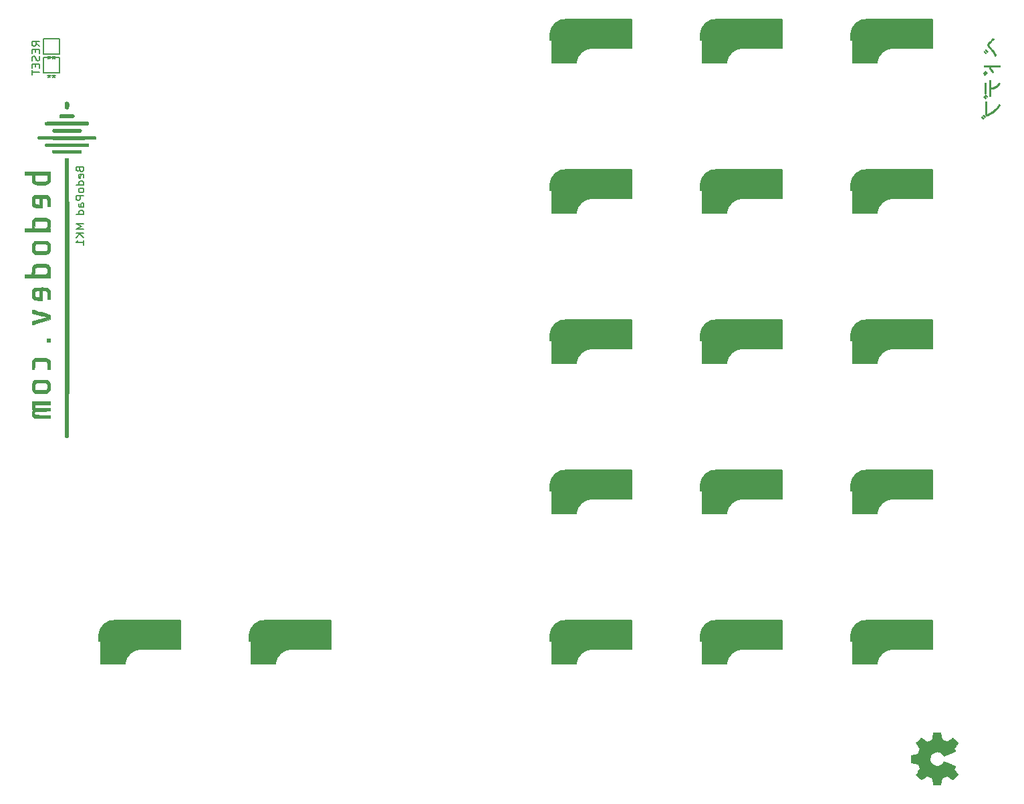
<source format=gbr>
%TF.GenerationSoftware,KiCad,Pcbnew,(5.1.10)-1*%
%TF.CreationDate,2021-07-10T22:05:52+03:00*%
%TF.ProjectId,BedoPadPcb,4265646f-5061-4645-9063-622e6b696361,rev?*%
%TF.SameCoordinates,Original*%
%TF.FileFunction,Legend,Bot*%
%TF.FilePolarity,Positive*%
%FSLAX46Y46*%
G04 Gerber Fmt 4.6, Leading zero omitted, Abs format (unit mm)*
G04 Created by KiCad (PCBNEW (5.1.10)-1) date 2021-07-10 22:05:52*
%MOMM*%
%LPD*%
G01*
G04 APERTURE LIST*
%ADD10C,0.150000*%
%ADD11C,0.010000*%
%ADD12C,0.400000*%
%ADD13C,0.500000*%
%ADD14C,3.500000*%
%ADD15C,1.000000*%
%ADD16C,3.000000*%
%ADD17C,0.800000*%
%ADD18C,0.300000*%
G04 APERTURE END LIST*
D10*
X27884380Y-57094619D02*
X27408190Y-56761285D01*
X27884380Y-56523190D02*
X26884380Y-56523190D01*
X26884380Y-56904142D01*
X26932000Y-56999380D01*
X26979619Y-57047000D01*
X27074857Y-57094619D01*
X27217714Y-57094619D01*
X27312952Y-57047000D01*
X27360571Y-56999380D01*
X27408190Y-56904142D01*
X27408190Y-56523190D01*
X27360571Y-57523190D02*
X27360571Y-57856523D01*
X27884380Y-57999380D02*
X27884380Y-57523190D01*
X26884380Y-57523190D01*
X26884380Y-57999380D01*
X27836761Y-58380333D02*
X27884380Y-58523190D01*
X27884380Y-58761285D01*
X27836761Y-58856523D01*
X27789142Y-58904142D01*
X27693904Y-58951761D01*
X27598666Y-58951761D01*
X27503428Y-58904142D01*
X27455809Y-58856523D01*
X27408190Y-58761285D01*
X27360571Y-58570809D01*
X27312952Y-58475571D01*
X27265333Y-58427952D01*
X27170095Y-58380333D01*
X27074857Y-58380333D01*
X26979619Y-58427952D01*
X26932000Y-58475571D01*
X26884380Y-58570809D01*
X26884380Y-58808904D01*
X26932000Y-58951761D01*
X27360571Y-59380333D02*
X27360571Y-59713666D01*
X27884380Y-59856523D02*
X27884380Y-59380333D01*
X26884380Y-59380333D01*
X26884380Y-59856523D01*
X26884380Y-60142238D02*
X26884380Y-60713666D01*
X27884380Y-60427952D02*
X26884380Y-60427952D01*
X32948571Y-72747761D02*
X32996190Y-72890619D01*
X33043809Y-72938238D01*
X33139047Y-72985857D01*
X33281904Y-72985857D01*
X33377142Y-72938238D01*
X33424761Y-72890619D01*
X33472380Y-72795380D01*
X33472380Y-72414428D01*
X32472380Y-72414428D01*
X32472380Y-72747761D01*
X32520000Y-72843000D01*
X32567619Y-72890619D01*
X32662857Y-72938238D01*
X32758095Y-72938238D01*
X32853333Y-72890619D01*
X32900952Y-72843000D01*
X32948571Y-72747761D01*
X32948571Y-72414428D01*
X33424761Y-73795380D02*
X33472380Y-73700142D01*
X33472380Y-73509666D01*
X33424761Y-73414428D01*
X33329523Y-73366809D01*
X32948571Y-73366809D01*
X32853333Y-73414428D01*
X32805714Y-73509666D01*
X32805714Y-73700142D01*
X32853333Y-73795380D01*
X32948571Y-73843000D01*
X33043809Y-73843000D01*
X33139047Y-73366809D01*
X33472380Y-74700142D02*
X32472380Y-74700142D01*
X33424761Y-74700142D02*
X33472380Y-74604904D01*
X33472380Y-74414428D01*
X33424761Y-74319190D01*
X33377142Y-74271571D01*
X33281904Y-74223952D01*
X32996190Y-74223952D01*
X32900952Y-74271571D01*
X32853333Y-74319190D01*
X32805714Y-74414428D01*
X32805714Y-74604904D01*
X32853333Y-74700142D01*
X33472380Y-75319190D02*
X33424761Y-75223952D01*
X33377142Y-75176333D01*
X33281904Y-75128714D01*
X32996190Y-75128714D01*
X32900952Y-75176333D01*
X32853333Y-75223952D01*
X32805714Y-75319190D01*
X32805714Y-75462047D01*
X32853333Y-75557285D01*
X32900952Y-75604904D01*
X32996190Y-75652523D01*
X33281904Y-75652523D01*
X33377142Y-75604904D01*
X33424761Y-75557285D01*
X33472380Y-75462047D01*
X33472380Y-75319190D01*
X33472380Y-76081095D02*
X32472380Y-76081095D01*
X32472380Y-76462047D01*
X32520000Y-76557285D01*
X32567619Y-76604904D01*
X32662857Y-76652523D01*
X32805714Y-76652523D01*
X32900952Y-76604904D01*
X32948571Y-76557285D01*
X32996190Y-76462047D01*
X32996190Y-76081095D01*
X33472380Y-77509666D02*
X32948571Y-77509666D01*
X32853333Y-77462047D01*
X32805714Y-77366809D01*
X32805714Y-77176333D01*
X32853333Y-77081095D01*
X33424761Y-77509666D02*
X33472380Y-77414428D01*
X33472380Y-77176333D01*
X33424761Y-77081095D01*
X33329523Y-77033476D01*
X33234285Y-77033476D01*
X33139047Y-77081095D01*
X33091428Y-77176333D01*
X33091428Y-77414428D01*
X33043809Y-77509666D01*
X33472380Y-78414428D02*
X32472380Y-78414428D01*
X33424761Y-78414428D02*
X33472380Y-78319190D01*
X33472380Y-78128714D01*
X33424761Y-78033476D01*
X33377142Y-77985857D01*
X33281904Y-77938238D01*
X32996190Y-77938238D01*
X32900952Y-77985857D01*
X32853333Y-78033476D01*
X32805714Y-78128714D01*
X32805714Y-78319190D01*
X32853333Y-78414428D01*
X33472380Y-79652523D02*
X32472380Y-79652523D01*
X33186666Y-79985857D01*
X32472380Y-80319190D01*
X33472380Y-80319190D01*
X33472380Y-80795380D02*
X32472380Y-80795380D01*
X33472380Y-81366809D02*
X32900952Y-80938238D01*
X32472380Y-81366809D02*
X33043809Y-80795380D01*
X33472380Y-82319190D02*
X33472380Y-81747761D01*
X33472380Y-82033476D02*
X32472380Y-82033476D01*
X32615238Y-81938238D01*
X32710476Y-81843000D01*
X32758095Y-81747761D01*
D11*
%TO.C,G\u002A\u002A\u002A*%
G36*
X147174152Y-66138642D02*
G01*
X147203026Y-66176183D01*
X147244760Y-66225108D01*
X147267311Y-66250139D01*
X147371256Y-66363576D01*
X147419711Y-66317153D01*
X147450476Y-66285392D01*
X147467171Y-66263709D01*
X147468166Y-66260744D01*
X147456909Y-66245280D01*
X147426655Y-66211889D01*
X147382677Y-66166262D01*
X147352998Y-66136472D01*
X147237830Y-66022186D01*
X147200598Y-66061818D01*
X147174585Y-66094553D01*
X147163376Y-66118663D01*
X147163366Y-66119075D01*
X147174152Y-66138642D01*
G37*
X147174152Y-66138642D02*
X147203026Y-66176183D01*
X147244760Y-66225108D01*
X147267311Y-66250139D01*
X147371256Y-66363576D01*
X147419711Y-66317153D01*
X147450476Y-66285392D01*
X147467171Y-66263709D01*
X147468166Y-66260744D01*
X147456909Y-66245280D01*
X147426655Y-66211889D01*
X147382677Y-66166262D01*
X147352998Y-66136472D01*
X147237830Y-66022186D01*
X147200598Y-66061818D01*
X147174585Y-66094553D01*
X147163376Y-66118663D01*
X147163366Y-66119075D01*
X147174152Y-66138642D01*
G36*
X147344330Y-65922159D02*
G01*
X147374772Y-65956677D01*
X147417349Y-66000575D01*
X147465386Y-66047390D01*
X147512207Y-66090661D01*
X147551137Y-66123927D01*
X147575500Y-66140725D01*
X147578709Y-66141599D01*
X147600256Y-66129135D01*
X147628965Y-66098537D01*
X147633491Y-66092600D01*
X147669718Y-66043601D01*
X147540920Y-65920378D01*
X147412121Y-65797155D01*
X147372410Y-65843321D01*
X147346018Y-65877565D01*
X147332991Y-65901447D01*
X147332699Y-65903481D01*
X147344330Y-65922159D01*
G37*
X147344330Y-65922159D02*
X147374772Y-65956677D01*
X147417349Y-66000575D01*
X147465386Y-66047390D01*
X147512207Y-66090661D01*
X147551137Y-66123927D01*
X147575500Y-66140725D01*
X147578709Y-66141599D01*
X147600256Y-66129135D01*
X147628965Y-66098537D01*
X147633491Y-66092600D01*
X147669718Y-66043601D01*
X147540920Y-65920378D01*
X147412121Y-65797155D01*
X147372410Y-65843321D01*
X147346018Y-65877565D01*
X147332991Y-65901447D01*
X147332699Y-65903481D01*
X147344330Y-65922159D01*
G36*
X147394304Y-60554310D02*
G01*
X147423375Y-60589713D01*
X147465699Y-60637819D01*
X147495961Y-60670945D01*
X147608422Y-60792414D01*
X147656827Y-60746039D01*
X147687574Y-60714293D01*
X147704246Y-60692627D01*
X147705233Y-60689677D01*
X147693968Y-60674254D01*
X147663642Y-60640814D01*
X147619464Y-60594963D01*
X147587128Y-60562491D01*
X147469023Y-60445291D01*
X147426261Y-60485464D01*
X147397509Y-60515591D01*
X147383710Y-60536175D01*
X147383499Y-60537557D01*
X147394304Y-60554310D01*
G37*
X147394304Y-60554310D02*
X147423375Y-60589713D01*
X147465699Y-60637819D01*
X147495961Y-60670945D01*
X147608422Y-60792414D01*
X147656827Y-60746039D01*
X147687574Y-60714293D01*
X147704246Y-60692627D01*
X147705233Y-60689677D01*
X147693968Y-60674254D01*
X147663642Y-60640814D01*
X147619464Y-60594963D01*
X147587128Y-60562491D01*
X147469023Y-60445291D01*
X147426261Y-60485464D01*
X147397509Y-60515591D01*
X147383710Y-60536175D01*
X147383499Y-60537557D01*
X147394304Y-60554310D01*
G36*
X147445159Y-63568448D02*
G01*
X147473462Y-63603995D01*
X147512797Y-63649248D01*
X147556752Y-63697225D01*
X147598916Y-63740948D01*
X147632877Y-63773435D01*
X147652222Y-63787708D01*
X147653190Y-63787866D01*
X147670127Y-63775572D01*
X147696310Y-63745396D01*
X147700717Y-63739553D01*
X147736436Y-63691240D01*
X147613460Y-63569084D01*
X147490483Y-63446928D01*
X147462391Y-63489801D01*
X147442238Y-63525719D01*
X147434300Y-63549584D01*
X147445159Y-63568448D01*
G37*
X147445159Y-63568448D02*
X147473462Y-63603995D01*
X147512797Y-63649248D01*
X147556752Y-63697225D01*
X147598916Y-63740948D01*
X147632877Y-63773435D01*
X147652222Y-63787708D01*
X147653190Y-63787866D01*
X147670127Y-63775572D01*
X147696310Y-63745396D01*
X147700717Y-63739553D01*
X147736436Y-63691240D01*
X147613460Y-63569084D01*
X147490483Y-63446928D01*
X147462391Y-63489801D01*
X147442238Y-63525719D01*
X147434300Y-63549584D01*
X147445159Y-63568448D01*
G36*
X147654433Y-63121530D02*
G01*
X147739100Y-63120393D01*
X147739100Y-61738933D01*
X147569766Y-61738933D01*
X147569766Y-63122666D01*
X147654433Y-63121530D01*
G37*
X147654433Y-63121530D02*
X147739100Y-63120393D01*
X147739100Y-61738933D01*
X147569766Y-61738933D01*
X147569766Y-63122666D01*
X147654433Y-63121530D01*
G36*
X147462269Y-57835365D02*
G01*
X147491934Y-57870049D01*
X147535062Y-57917057D01*
X147564332Y-57947776D01*
X147677430Y-58064926D01*
X147725198Y-58019161D01*
X147755211Y-57987799D01*
X147770559Y-57966610D01*
X147771121Y-57963865D01*
X147759073Y-57948676D01*
X147728011Y-57915216D01*
X147683093Y-57868936D01*
X147645535Y-57831199D01*
X147521795Y-57708066D01*
X147486514Y-57757613D01*
X147463089Y-57793489D01*
X147451500Y-57817076D01*
X147451233Y-57818893D01*
X147462269Y-57835365D01*
G37*
X147462269Y-57835365D02*
X147491934Y-57870049D01*
X147535062Y-57917057D01*
X147564332Y-57947776D01*
X147677430Y-58064926D01*
X147725198Y-58019161D01*
X147755211Y-57987799D01*
X147770559Y-57966610D01*
X147771121Y-57963865D01*
X147759073Y-57948676D01*
X147728011Y-57915216D01*
X147683093Y-57868936D01*
X147645535Y-57831199D01*
X147521795Y-57708066D01*
X147486514Y-57757613D01*
X147463089Y-57793489D01*
X147451500Y-57817076D01*
X147451233Y-57818893D01*
X147462269Y-57835365D01*
G36*
X147679664Y-60458649D02*
G01*
X147733255Y-60510590D01*
X147778919Y-60550810D01*
X147811178Y-60574734D01*
X147823716Y-60579031D01*
X147843385Y-60559371D01*
X147869719Y-60524953D01*
X147870754Y-60523454D01*
X147902385Y-60477400D01*
X147772726Y-60355034D01*
X147643066Y-60232669D01*
X147597043Y-60280707D01*
X147551019Y-60328746D01*
X147679664Y-60458649D01*
G37*
X147679664Y-60458649D02*
X147733255Y-60510590D01*
X147778919Y-60550810D01*
X147811178Y-60574734D01*
X147823716Y-60579031D01*
X147843385Y-60559371D01*
X147869719Y-60524953D01*
X147870754Y-60523454D01*
X147902385Y-60477400D01*
X147772726Y-60355034D01*
X147643066Y-60232669D01*
X147597043Y-60280707D01*
X147551019Y-60328746D01*
X147679664Y-60458649D01*
G36*
X147719959Y-63452767D02*
G01*
X147837759Y-63576200D01*
X147881562Y-63535148D01*
X147910688Y-63505262D01*
X147925049Y-63485445D01*
X147925366Y-63483924D01*
X147914035Y-63468530D01*
X147883470Y-63435104D01*
X147838812Y-63389126D01*
X147802600Y-63353076D01*
X147679833Y-63232400D01*
X147640996Y-63280867D01*
X147602160Y-63329334D01*
X147719959Y-63452767D01*
G37*
X147719959Y-63452767D02*
X147837759Y-63576200D01*
X147881562Y-63535148D01*
X147910688Y-63505262D01*
X147925049Y-63485445D01*
X147925366Y-63483924D01*
X147914035Y-63468530D01*
X147883470Y-63435104D01*
X147838812Y-63389126D01*
X147802600Y-63353076D01*
X147679833Y-63232400D01*
X147640996Y-63280867D01*
X147602160Y-63329334D01*
X147719959Y-63452767D01*
G36*
X147685603Y-57671528D02*
G01*
X147725550Y-57717919D01*
X147772485Y-57766566D01*
X147819415Y-57810927D01*
X147859347Y-57844461D01*
X147885286Y-57860624D01*
X147888364Y-57861199D01*
X147904622Y-57849390D01*
X147930257Y-57821545D01*
X147955977Y-57789037D01*
X147972487Y-57763239D01*
X147974283Y-57756052D01*
X147962026Y-57743073D01*
X147930441Y-57711947D01*
X147884788Y-57667815D01*
X147847149Y-57631814D01*
X147721897Y-57512494D01*
X147677485Y-57558850D01*
X147633074Y-57605205D01*
X147685603Y-57671528D01*
G37*
X147685603Y-57671528D02*
X147725550Y-57717919D01*
X147772485Y-57766566D01*
X147819415Y-57810927D01*
X147859347Y-57844461D01*
X147885286Y-57860624D01*
X147888364Y-57861199D01*
X147904622Y-57849390D01*
X147930257Y-57821545D01*
X147955977Y-57789037D01*
X147972487Y-57763239D01*
X147974283Y-57756052D01*
X147962026Y-57743073D01*
X147930441Y-57711947D01*
X147884788Y-57667815D01*
X147847149Y-57631814D01*
X147721897Y-57512494D01*
X147677485Y-57558850D01*
X147633074Y-57605205D01*
X147685603Y-57671528D01*
G36*
X148173897Y-59933769D02*
G01*
X148204525Y-59988722D01*
X148247480Y-60057682D01*
X148298908Y-60135293D01*
X148354953Y-60216198D01*
X148411761Y-60295040D01*
X148465477Y-60366463D01*
X148512245Y-60425110D01*
X148548211Y-60465623D01*
X148568695Y-60482374D01*
X148584058Y-60472909D01*
X148611635Y-60445782D01*
X148643224Y-60410352D01*
X148670624Y-60375980D01*
X148685634Y-60352026D01*
X148686465Y-60347963D01*
X148675904Y-60333175D01*
X148648517Y-60298943D01*
X148609424Y-60251617D01*
X148592855Y-60231866D01*
X148544904Y-60171945D01*
X148486495Y-60094495D01*
X148425663Y-60010363D01*
X148379610Y-59944000D01*
X148332986Y-59877290D01*
X148292185Y-59822747D01*
X148261276Y-59785541D01*
X148244325Y-59770841D01*
X148243372Y-59770849D01*
X148220148Y-59783344D01*
X148184068Y-59807770D01*
X148179084Y-59811419D01*
X148130499Y-59847339D01*
X148173897Y-59933769D01*
G37*
X148173897Y-59933769D02*
X148204525Y-59988722D01*
X148247480Y-60057682D01*
X148298908Y-60135293D01*
X148354953Y-60216198D01*
X148411761Y-60295040D01*
X148465477Y-60366463D01*
X148512245Y-60425110D01*
X148548211Y-60465623D01*
X148568695Y-60482374D01*
X148584058Y-60472909D01*
X148611635Y-60445782D01*
X148643224Y-60410352D01*
X148670624Y-60375980D01*
X148685634Y-60352026D01*
X148686465Y-60347963D01*
X148675904Y-60333175D01*
X148648517Y-60298943D01*
X148609424Y-60251617D01*
X148592855Y-60231866D01*
X148544904Y-60171945D01*
X148486495Y-60094495D01*
X148425663Y-60010363D01*
X148379610Y-59944000D01*
X148332986Y-59877290D01*
X148292185Y-59822747D01*
X148261276Y-59785541D01*
X148244325Y-59770841D01*
X148243372Y-59770849D01*
X148220148Y-59783344D01*
X148184068Y-59807770D01*
X148179084Y-59811419D01*
X148130499Y-59847339D01*
X148173897Y-59933769D01*
G36*
X147904826Y-56953320D02*
G01*
X147914946Y-56975254D01*
X147938972Y-57018672D01*
X147976189Y-57074787D01*
X148028619Y-57146300D01*
X148098288Y-57235911D01*
X148187221Y-57346321D01*
X148255391Y-57429400D01*
X148409471Y-57621144D01*
X148538851Y-57793196D01*
X148644846Y-57947544D01*
X148728775Y-58086175D01*
X148791953Y-58211080D01*
X148822585Y-58286040D01*
X148843384Y-58341576D01*
X148859806Y-58383197D01*
X148868325Y-58401969D01*
X148868357Y-58402010D01*
X148882632Y-58395955D01*
X148911599Y-58371794D01*
X148947815Y-58337053D01*
X148983836Y-58299256D01*
X149012217Y-58265928D01*
X149025514Y-58244595D01*
X149025748Y-58242907D01*
X149017365Y-58218253D01*
X148996839Y-58178582D01*
X148989410Y-58165999D01*
X148910636Y-58040229D01*
X148828443Y-57917038D01*
X148738412Y-57790285D01*
X148636120Y-57653826D01*
X148517147Y-57501518D01*
X148456752Y-57425877D01*
X148377903Y-57326746D01*
X148304221Y-57232375D01*
X148238988Y-57147098D01*
X148185480Y-57075254D01*
X148146979Y-57021177D01*
X148127249Y-56990140D01*
X148104309Y-56943005D01*
X148097396Y-56911935D01*
X148104790Y-56884150D01*
X148111265Y-56871287D01*
X148129636Y-56847437D01*
X148168727Y-56803839D01*
X148224914Y-56744289D01*
X148294572Y-56672582D01*
X148374077Y-56592513D01*
X148436534Y-56530685D01*
X148519188Y-56449018D01*
X148593196Y-56375055D01*
X148655301Y-56312120D01*
X148702249Y-56263534D01*
X148730784Y-56232621D01*
X148738166Y-56222865D01*
X148727204Y-56205629D01*
X148698770Y-56172527D01*
X148667398Y-56139374D01*
X148596629Y-56067266D01*
X148537772Y-56155666D01*
X148508028Y-56194220D01*
X148458591Y-56251371D01*
X148394058Y-56322111D01*
X148319022Y-56401433D01*
X148238079Y-56484329D01*
X148214383Y-56508097D01*
X148110107Y-56614235D01*
X148026538Y-56703706D01*
X147965081Y-56774918D01*
X147927144Y-56826283D01*
X147917829Y-56843138D01*
X147899001Y-56888835D01*
X147894784Y-56920208D01*
X147904826Y-56953320D01*
G37*
X147904826Y-56953320D02*
X147914946Y-56975254D01*
X147938972Y-57018672D01*
X147976189Y-57074787D01*
X148028619Y-57146300D01*
X148098288Y-57235911D01*
X148187221Y-57346321D01*
X148255391Y-57429400D01*
X148409471Y-57621144D01*
X148538851Y-57793196D01*
X148644846Y-57947544D01*
X148728775Y-58086175D01*
X148791953Y-58211080D01*
X148822585Y-58286040D01*
X148843384Y-58341576D01*
X148859806Y-58383197D01*
X148868325Y-58401969D01*
X148868357Y-58402010D01*
X148882632Y-58395955D01*
X148911599Y-58371794D01*
X148947815Y-58337053D01*
X148983836Y-58299256D01*
X149012217Y-58265928D01*
X149025514Y-58244595D01*
X149025748Y-58242907D01*
X149017365Y-58218253D01*
X148996839Y-58178582D01*
X148989410Y-58165999D01*
X148910636Y-58040229D01*
X148828443Y-57917038D01*
X148738412Y-57790285D01*
X148636120Y-57653826D01*
X148517147Y-57501518D01*
X148456752Y-57425877D01*
X148377903Y-57326746D01*
X148304221Y-57232375D01*
X148238988Y-57147098D01*
X148185480Y-57075254D01*
X148146979Y-57021177D01*
X148127249Y-56990140D01*
X148104309Y-56943005D01*
X148097396Y-56911935D01*
X148104790Y-56884150D01*
X148111265Y-56871287D01*
X148129636Y-56847437D01*
X148168727Y-56803839D01*
X148224914Y-56744289D01*
X148294572Y-56672582D01*
X148374077Y-56592513D01*
X148436534Y-56530685D01*
X148519188Y-56449018D01*
X148593196Y-56375055D01*
X148655301Y-56312120D01*
X148702249Y-56263534D01*
X148730784Y-56232621D01*
X148738166Y-56222865D01*
X148727204Y-56205629D01*
X148698770Y-56172527D01*
X148667398Y-56139374D01*
X148596629Y-56067266D01*
X148537772Y-56155666D01*
X148508028Y-56194220D01*
X148458591Y-56251371D01*
X148394058Y-56322111D01*
X148319022Y-56401433D01*
X148238079Y-56484329D01*
X148214383Y-56508097D01*
X148110107Y-56614235D01*
X148026538Y-56703706D01*
X147965081Y-56774918D01*
X147927144Y-56826283D01*
X147917829Y-56843138D01*
X147899001Y-56888835D01*
X147894784Y-56920208D01*
X147904826Y-56953320D01*
G36*
X148297355Y-63483066D02*
G01*
X148301861Y-63021633D01*
X148306366Y-62560200D01*
X148450300Y-62549141D01*
X148653590Y-62521006D01*
X148835435Y-62468586D01*
X148999570Y-62390242D01*
X149149731Y-62284334D01*
X149237940Y-62203623D01*
X149286886Y-62150554D01*
X149340281Y-62086134D01*
X149392080Y-62018428D01*
X149436233Y-61955502D01*
X149466695Y-61905422D01*
X149475006Y-61887436D01*
X149469029Y-61863660D01*
X149445183Y-61825769D01*
X149422774Y-61798200D01*
X149388450Y-61763931D01*
X149363307Y-61746935D01*
X149354909Y-61748282D01*
X149342938Y-61770850D01*
X149318639Y-61813630D01*
X149287053Y-61867759D01*
X149283972Y-61872975D01*
X149189348Y-62002679D01*
X149069459Y-62119159D01*
X148930585Y-62218778D01*
X148779006Y-62297898D01*
X148621001Y-62352883D01*
X148462850Y-62380097D01*
X148404408Y-62382400D01*
X148297900Y-62382400D01*
X148297900Y-61400266D01*
X148145500Y-61400266D01*
X148145500Y-63483066D01*
X148297355Y-63483066D01*
G37*
X148297355Y-63483066D02*
X148301861Y-63021633D01*
X148306366Y-62560200D01*
X148450300Y-62549141D01*
X148653590Y-62521006D01*
X148835435Y-62468586D01*
X148999570Y-62390242D01*
X149149731Y-62284334D01*
X149237940Y-62203623D01*
X149286886Y-62150554D01*
X149340281Y-62086134D01*
X149392080Y-62018428D01*
X149436233Y-61955502D01*
X149466695Y-61905422D01*
X149475006Y-61887436D01*
X149469029Y-61863660D01*
X149445183Y-61825769D01*
X149422774Y-61798200D01*
X149388450Y-61763931D01*
X149363307Y-61746935D01*
X149354909Y-61748282D01*
X149342938Y-61770850D01*
X149318639Y-61813630D01*
X149287053Y-61867759D01*
X149283972Y-61872975D01*
X149189348Y-62002679D01*
X149069459Y-62119159D01*
X148930585Y-62218778D01*
X148779006Y-62297898D01*
X148621001Y-62352883D01*
X148462850Y-62380097D01*
X148404408Y-62382400D01*
X148297900Y-62382400D01*
X148297900Y-61400266D01*
X148145500Y-61400266D01*
X148145500Y-63483066D01*
X148297355Y-63483066D01*
G36*
X147678713Y-65827002D02*
G01*
X147697729Y-65859825D01*
X147735374Y-65904078D01*
X147735780Y-65904533D01*
X147803885Y-65980733D01*
X147851926Y-65950139D01*
X147896177Y-65925270D01*
X147954467Y-65896565D01*
X147984633Y-65883008D01*
X148124998Y-65819211D01*
X148271352Y-65747002D01*
X148414061Y-65671468D01*
X148543490Y-65597694D01*
X148643106Y-65535382D01*
X148756849Y-65452644D01*
X148880073Y-65350985D01*
X149003510Y-65238899D01*
X149117889Y-65124880D01*
X149213941Y-65017421D01*
X149230038Y-64997587D01*
X149274646Y-64938654D01*
X149323743Y-64869139D01*
X149373421Y-64795172D01*
X149419769Y-64722883D01*
X149458878Y-64658402D01*
X149486837Y-64607858D01*
X149499737Y-64577380D01*
X149500166Y-64574105D01*
X149487812Y-64552103D01*
X149456232Y-64519347D01*
X149431652Y-64498448D01*
X149392073Y-64468980D01*
X149364690Y-64452113D01*
X149357489Y-64450458D01*
X149347401Y-64467839D01*
X149327236Y-64506188D01*
X149308613Y-64542814D01*
X149235636Y-64671345D01*
X149143042Y-64808711D01*
X149038794Y-64944090D01*
X148930854Y-65066662D01*
X148899688Y-65098575D01*
X148705631Y-65272963D01*
X148494980Y-65424493D01*
X148263104Y-65557122D01*
X148183820Y-65596340D01*
X148100143Y-65635493D01*
X148018676Y-65671742D01*
X147946022Y-65702249D01*
X147888784Y-65724177D01*
X147853565Y-65734687D01*
X147848780Y-65735199D01*
X147847174Y-65718809D01*
X147845675Y-65671807D01*
X147844314Y-65597449D01*
X147843123Y-65498990D01*
X147842134Y-65379686D01*
X147841380Y-65242791D01*
X147840891Y-65091562D01*
X147840701Y-64929253D01*
X147840700Y-64913933D01*
X147840700Y-64092666D01*
X147688300Y-64092666D01*
X147688152Y-64875833D01*
X147687904Y-65038751D01*
X147687253Y-65193879D01*
X147686244Y-65337385D01*
X147684922Y-65465437D01*
X147683334Y-65574205D01*
X147681524Y-65659858D01*
X147679538Y-65718564D01*
X147677840Y-65743666D01*
X147673643Y-65792614D01*
X147678713Y-65827002D01*
G37*
X147678713Y-65827002D02*
X147697729Y-65859825D01*
X147735374Y-65904078D01*
X147735780Y-65904533D01*
X147803885Y-65980733D01*
X147851926Y-65950139D01*
X147896177Y-65925270D01*
X147954467Y-65896565D01*
X147984633Y-65883008D01*
X148124998Y-65819211D01*
X148271352Y-65747002D01*
X148414061Y-65671468D01*
X148543490Y-65597694D01*
X148643106Y-65535382D01*
X148756849Y-65452644D01*
X148880073Y-65350985D01*
X149003510Y-65238899D01*
X149117889Y-65124880D01*
X149213941Y-65017421D01*
X149230038Y-64997587D01*
X149274646Y-64938654D01*
X149323743Y-64869139D01*
X149373421Y-64795172D01*
X149419769Y-64722883D01*
X149458878Y-64658402D01*
X149486837Y-64607858D01*
X149499737Y-64577380D01*
X149500166Y-64574105D01*
X149487812Y-64552103D01*
X149456232Y-64519347D01*
X149431652Y-64498448D01*
X149392073Y-64468980D01*
X149364690Y-64452113D01*
X149357489Y-64450458D01*
X149347401Y-64467839D01*
X149327236Y-64506188D01*
X149308613Y-64542814D01*
X149235636Y-64671345D01*
X149143042Y-64808711D01*
X149038794Y-64944090D01*
X148930854Y-65066662D01*
X148899688Y-65098575D01*
X148705631Y-65272963D01*
X148494980Y-65424493D01*
X148263104Y-65557122D01*
X148183820Y-65596340D01*
X148100143Y-65635493D01*
X148018676Y-65671742D01*
X147946022Y-65702249D01*
X147888784Y-65724177D01*
X147853565Y-65734687D01*
X147848780Y-65735199D01*
X147847174Y-65718809D01*
X147845675Y-65671807D01*
X147844314Y-65597449D01*
X147843123Y-65498990D01*
X147842134Y-65379686D01*
X147841380Y-65242791D01*
X147840891Y-65091562D01*
X147840701Y-64929253D01*
X147840700Y-64913933D01*
X147840700Y-64092666D01*
X147688300Y-64092666D01*
X147688152Y-64875833D01*
X147687904Y-65038751D01*
X147687253Y-65193879D01*
X147686244Y-65337385D01*
X147684922Y-65465437D01*
X147683334Y-65574205D01*
X147681524Y-65659858D01*
X147679538Y-65718564D01*
X147677840Y-65743666D01*
X147673643Y-65792614D01*
X147678713Y-65827002D01*
G36*
X147458562Y-59626500D02*
G01*
X147467176Y-59678004D01*
X147476635Y-59714041D01*
X147481910Y-59723866D01*
X147500498Y-59725314D01*
X147549961Y-59726523D01*
X147627307Y-59727482D01*
X147729547Y-59728181D01*
X147853689Y-59728608D01*
X147996743Y-59728755D01*
X148155717Y-59728609D01*
X148327620Y-59728160D01*
X148496866Y-59727460D01*
X149500166Y-59722587D01*
X149500166Y-59537600D01*
X147446870Y-59537600D01*
X147458562Y-59626500D01*
G37*
X147458562Y-59626500D02*
X147467176Y-59678004D01*
X147476635Y-59714041D01*
X147481910Y-59723866D01*
X147500498Y-59725314D01*
X147549961Y-59726523D01*
X147627307Y-59727482D01*
X147729547Y-59728181D01*
X147853689Y-59728608D01*
X147996743Y-59728755D01*
X148155717Y-59728609D01*
X148327620Y-59728160D01*
X148496866Y-59727460D01*
X149500166Y-59722587D01*
X149500166Y-59537600D01*
X147446870Y-59537600D01*
X147458562Y-59626500D01*
%TO.C,REF\u002A\u002A*%
G36*
X138692931Y-148002814D02*
G01*
X139137555Y-148086635D01*
X139265053Y-148395920D01*
X139392551Y-148705206D01*
X139140246Y-149076246D01*
X139069996Y-149180157D01*
X139007272Y-149274087D01*
X138954938Y-149353652D01*
X138915857Y-149414470D01*
X138892893Y-149452157D01*
X138887942Y-149462421D01*
X138900676Y-149480910D01*
X138935882Y-149520420D01*
X138989062Y-149576522D01*
X139055718Y-149644787D01*
X139131354Y-149720786D01*
X139211472Y-149800092D01*
X139291574Y-149878275D01*
X139367164Y-149950907D01*
X139433745Y-150013559D01*
X139486818Y-150061803D01*
X139521887Y-150091210D01*
X139533623Y-150098241D01*
X139555260Y-150088123D01*
X139602662Y-150059759D01*
X139671193Y-150016129D01*
X139756215Y-149960218D01*
X139853093Y-149895006D01*
X139908350Y-149857219D01*
X140009248Y-149788343D01*
X140100299Y-149727140D01*
X140176970Y-149676578D01*
X140234728Y-149639628D01*
X140269043Y-149619258D01*
X140276254Y-149616197D01*
X140296748Y-149623136D01*
X140344513Y-149642051D01*
X140412832Y-149670087D01*
X140494989Y-149704391D01*
X140584270Y-149742109D01*
X140673958Y-149780387D01*
X140757338Y-149816370D01*
X140827694Y-149847206D01*
X140878310Y-149870039D01*
X140902471Y-149882017D01*
X140903422Y-149882724D01*
X140908036Y-149901531D01*
X140918328Y-149951618D01*
X140933287Y-150027793D01*
X140951901Y-150124865D01*
X140973159Y-150237643D01*
X140985418Y-150303442D01*
X141008362Y-150423950D01*
X141030195Y-150532797D01*
X141049722Y-150624476D01*
X141065748Y-150693481D01*
X141077079Y-150734304D01*
X141080674Y-150742511D01*
X141105006Y-150750548D01*
X141159959Y-150757033D01*
X141239108Y-150761970D01*
X141336026Y-150765364D01*
X141444287Y-150767218D01*
X141557465Y-150767538D01*
X141669135Y-150766327D01*
X141772868Y-150763590D01*
X141862241Y-150759331D01*
X141930826Y-150753555D01*
X141972197Y-150746267D01*
X141980810Y-150741895D01*
X141991133Y-150715764D01*
X142005892Y-150660393D01*
X142023352Y-150583107D01*
X142041780Y-150491230D01*
X142047741Y-150459158D01*
X142076066Y-150304524D01*
X142098876Y-150182375D01*
X142117080Y-150088673D01*
X142131583Y-150019384D01*
X142143292Y-149970471D01*
X142153115Y-149937897D01*
X142161956Y-149917628D01*
X142170724Y-149905626D01*
X142172457Y-149903947D01*
X142200371Y-149887184D01*
X142254695Y-149861614D01*
X142328777Y-149829788D01*
X142415965Y-149794260D01*
X142509608Y-149757583D01*
X142603052Y-149722311D01*
X142689647Y-149690996D01*
X142762740Y-149666193D01*
X142815678Y-149650454D01*
X142841811Y-149646332D01*
X142842726Y-149646676D01*
X142864086Y-149660641D01*
X142911084Y-149692322D01*
X142978827Y-149738391D01*
X143062423Y-149795518D01*
X143156982Y-149860373D01*
X143183854Y-149878843D01*
X143281275Y-149944699D01*
X143370163Y-150002650D01*
X143445412Y-150049538D01*
X143501920Y-150082207D01*
X143534581Y-150097500D01*
X143538593Y-150098241D01*
X143559684Y-150085392D01*
X143601464Y-150049888D01*
X143659445Y-149996293D01*
X143729135Y-149929171D01*
X143806045Y-149853087D01*
X143885683Y-149772604D01*
X143963561Y-149692287D01*
X144035186Y-149616699D01*
X144096070Y-149550405D01*
X144141721Y-149497969D01*
X144167650Y-149463955D01*
X144171883Y-149454545D01*
X144161912Y-149432643D01*
X144135020Y-149387800D01*
X144095736Y-149327321D01*
X144064117Y-149280789D01*
X144006098Y-149196475D01*
X143937784Y-149096626D01*
X143869579Y-148996473D01*
X143833075Y-148942627D01*
X143709800Y-148760371D01*
X143792520Y-148607381D01*
X143828759Y-148537682D01*
X143856926Y-148478414D01*
X143872991Y-148438311D01*
X143875226Y-148428103D01*
X143858722Y-148415829D01*
X143812082Y-148391613D01*
X143739609Y-148357263D01*
X143645606Y-148314588D01*
X143534374Y-148265394D01*
X143410215Y-148211490D01*
X143277432Y-148154684D01*
X143140327Y-148096782D01*
X143003202Y-148039593D01*
X142870358Y-147984924D01*
X142746098Y-147934584D01*
X142634725Y-147890380D01*
X142540539Y-147854119D01*
X142467844Y-147827609D01*
X142420941Y-147812658D01*
X142404833Y-147810254D01*
X142384286Y-147829311D01*
X142350933Y-147871036D01*
X142311702Y-147926706D01*
X142308599Y-147931378D01*
X142193423Y-148075264D01*
X142059053Y-148191283D01*
X141909784Y-148278430D01*
X141749913Y-148335699D01*
X141583737Y-148362086D01*
X141415552Y-148356585D01*
X141249655Y-148318190D01*
X141090342Y-148245895D01*
X141055487Y-148224626D01*
X140914737Y-148113996D01*
X140801714Y-147983302D01*
X140717003Y-147837064D01*
X140661194Y-147679808D01*
X140634874Y-147516057D01*
X140638630Y-147350333D01*
X140673050Y-147187162D01*
X140738723Y-147031065D01*
X140836235Y-146886567D01*
X140875813Y-146841869D01*
X140999703Y-146728112D01*
X141130124Y-146645218D01*
X141276315Y-146588356D01*
X141421088Y-146556687D01*
X141583860Y-146548869D01*
X141747440Y-146574938D01*
X141906298Y-146632245D01*
X142054906Y-146718144D01*
X142187735Y-146829986D01*
X142299256Y-146965123D01*
X142311011Y-146982883D01*
X142349508Y-147039150D01*
X142382863Y-147081923D01*
X142404160Y-147102372D01*
X142404833Y-147102669D01*
X142427871Y-147098279D01*
X142480157Y-147080876D01*
X142557390Y-147052268D01*
X142655268Y-147014265D01*
X142769491Y-146968674D01*
X142895758Y-146917303D01*
X143029767Y-146861962D01*
X143167218Y-146804458D01*
X143303808Y-146746601D01*
X143435237Y-146690198D01*
X143557205Y-146637058D01*
X143665409Y-146588990D01*
X143755549Y-146547801D01*
X143823323Y-146515301D01*
X143864430Y-146493297D01*
X143875226Y-146484436D01*
X143866819Y-146457360D01*
X143844272Y-146406697D01*
X143811613Y-146341183D01*
X143792520Y-146305159D01*
X143709800Y-146152168D01*
X143833075Y-145969912D01*
X143896228Y-145876875D01*
X143965727Y-145775015D01*
X144031165Y-145679562D01*
X144064117Y-145631750D01*
X144109273Y-145564505D01*
X144145057Y-145507564D01*
X144166938Y-145468354D01*
X144171563Y-145455619D01*
X144159085Y-145437083D01*
X144124252Y-145396059D01*
X144070678Y-145336525D01*
X144001983Y-145262458D01*
X143921781Y-145177835D01*
X143870286Y-145124315D01*
X143778286Y-145030681D01*
X143695999Y-144949759D01*
X143626945Y-144884823D01*
X143574644Y-144839142D01*
X143542616Y-144815989D01*
X143536116Y-144813768D01*
X143511394Y-144824076D01*
X143461405Y-144852561D01*
X143391212Y-144896063D01*
X143305875Y-144951423D01*
X143210456Y-145015480D01*
X143183854Y-145033697D01*
X143087167Y-145100073D01*
X143000117Y-145159622D01*
X142927595Y-145209016D01*
X142874493Y-145244925D01*
X142845703Y-145264019D01*
X142842726Y-145265864D01*
X142819782Y-145263105D01*
X142769336Y-145248462D01*
X142698041Y-145224487D01*
X142612547Y-145193734D01*
X142519507Y-145158756D01*
X142425574Y-145122107D01*
X142337399Y-145086339D01*
X142261634Y-145054006D01*
X142204931Y-145027662D01*
X142173943Y-145009858D01*
X142172457Y-145008593D01*
X142163601Y-144997706D01*
X142154843Y-144979318D01*
X142145277Y-144949394D01*
X142133996Y-144903897D01*
X142120093Y-144838791D01*
X142102663Y-144750039D01*
X142080798Y-144633607D01*
X142053591Y-144485458D01*
X142047741Y-144453382D01*
X142029374Y-144358314D01*
X142011405Y-144275435D01*
X141995569Y-144212070D01*
X141983600Y-144175542D01*
X141980810Y-144170644D01*
X141956072Y-144162573D01*
X141900790Y-144156013D01*
X141821389Y-144150967D01*
X141724296Y-144147441D01*
X141615938Y-144145439D01*
X141502740Y-144144964D01*
X141391128Y-144146023D01*
X141287529Y-144148618D01*
X141198368Y-144152754D01*
X141130072Y-144158437D01*
X141089066Y-144165669D01*
X141080674Y-144170029D01*
X141072208Y-144194302D01*
X141058435Y-144249574D01*
X141040550Y-144330338D01*
X141019748Y-144431088D01*
X140997223Y-144546317D01*
X140985418Y-144609098D01*
X140963151Y-144728213D01*
X140942979Y-144834435D01*
X140925915Y-144922573D01*
X140912969Y-144987434D01*
X140905155Y-145023826D01*
X140903422Y-145029816D01*
X140883890Y-145039939D01*
X140836843Y-145061338D01*
X140769003Y-145091161D01*
X140687091Y-145126555D01*
X140597828Y-145164668D01*
X140507935Y-145202647D01*
X140424135Y-145237640D01*
X140353147Y-145266794D01*
X140301694Y-145287257D01*
X140276497Y-145296177D01*
X140275396Y-145296343D01*
X140255519Y-145286231D01*
X140209777Y-145257883D01*
X140142717Y-145214277D01*
X140058884Y-145158394D01*
X139962826Y-145093213D01*
X139907650Y-145055321D01*
X139806481Y-144986275D01*
X139714630Y-144924950D01*
X139636744Y-144874337D01*
X139577469Y-144837429D01*
X139541451Y-144817218D01*
X139533377Y-144814299D01*
X139514584Y-144826847D01*
X139474457Y-144861537D01*
X139417493Y-144913937D01*
X139348185Y-144979616D01*
X139271031Y-145054144D01*
X139190525Y-145133087D01*
X139111163Y-145212017D01*
X139037440Y-145286500D01*
X138973852Y-145352106D01*
X138924894Y-145404404D01*
X138895061Y-145438961D01*
X138887942Y-145450522D01*
X138897953Y-145469346D01*
X138926078Y-145514369D01*
X138969454Y-145581213D01*
X139025218Y-145665501D01*
X139090506Y-145762856D01*
X139140246Y-145836293D01*
X139392551Y-146207333D01*
X139137555Y-146825905D01*
X138692931Y-146909725D01*
X138248307Y-146993546D01*
X138248307Y-147918994D01*
X138692931Y-148002814D01*
G37*
X138692931Y-148002814D02*
X139137555Y-148086635D01*
X139265053Y-148395920D01*
X139392551Y-148705206D01*
X139140246Y-149076246D01*
X139069996Y-149180157D01*
X139007272Y-149274087D01*
X138954938Y-149353652D01*
X138915857Y-149414470D01*
X138892893Y-149452157D01*
X138887942Y-149462421D01*
X138900676Y-149480910D01*
X138935882Y-149520420D01*
X138989062Y-149576522D01*
X139055718Y-149644787D01*
X139131354Y-149720786D01*
X139211472Y-149800092D01*
X139291574Y-149878275D01*
X139367164Y-149950907D01*
X139433745Y-150013559D01*
X139486818Y-150061803D01*
X139521887Y-150091210D01*
X139533623Y-150098241D01*
X139555260Y-150088123D01*
X139602662Y-150059759D01*
X139671193Y-150016129D01*
X139756215Y-149960218D01*
X139853093Y-149895006D01*
X139908350Y-149857219D01*
X140009248Y-149788343D01*
X140100299Y-149727140D01*
X140176970Y-149676578D01*
X140234728Y-149639628D01*
X140269043Y-149619258D01*
X140276254Y-149616197D01*
X140296748Y-149623136D01*
X140344513Y-149642051D01*
X140412832Y-149670087D01*
X140494989Y-149704391D01*
X140584270Y-149742109D01*
X140673958Y-149780387D01*
X140757338Y-149816370D01*
X140827694Y-149847206D01*
X140878310Y-149870039D01*
X140902471Y-149882017D01*
X140903422Y-149882724D01*
X140908036Y-149901531D01*
X140918328Y-149951618D01*
X140933287Y-150027793D01*
X140951901Y-150124865D01*
X140973159Y-150237643D01*
X140985418Y-150303442D01*
X141008362Y-150423950D01*
X141030195Y-150532797D01*
X141049722Y-150624476D01*
X141065748Y-150693481D01*
X141077079Y-150734304D01*
X141080674Y-150742511D01*
X141105006Y-150750548D01*
X141159959Y-150757033D01*
X141239108Y-150761970D01*
X141336026Y-150765364D01*
X141444287Y-150767218D01*
X141557465Y-150767538D01*
X141669135Y-150766327D01*
X141772868Y-150763590D01*
X141862241Y-150759331D01*
X141930826Y-150753555D01*
X141972197Y-150746267D01*
X141980810Y-150741895D01*
X141991133Y-150715764D01*
X142005892Y-150660393D01*
X142023352Y-150583107D01*
X142041780Y-150491230D01*
X142047741Y-150459158D01*
X142076066Y-150304524D01*
X142098876Y-150182375D01*
X142117080Y-150088673D01*
X142131583Y-150019384D01*
X142143292Y-149970471D01*
X142153115Y-149937897D01*
X142161956Y-149917628D01*
X142170724Y-149905626D01*
X142172457Y-149903947D01*
X142200371Y-149887184D01*
X142254695Y-149861614D01*
X142328777Y-149829788D01*
X142415965Y-149794260D01*
X142509608Y-149757583D01*
X142603052Y-149722311D01*
X142689647Y-149690996D01*
X142762740Y-149666193D01*
X142815678Y-149650454D01*
X142841811Y-149646332D01*
X142842726Y-149646676D01*
X142864086Y-149660641D01*
X142911084Y-149692322D01*
X142978827Y-149738391D01*
X143062423Y-149795518D01*
X143156982Y-149860373D01*
X143183854Y-149878843D01*
X143281275Y-149944699D01*
X143370163Y-150002650D01*
X143445412Y-150049538D01*
X143501920Y-150082207D01*
X143534581Y-150097500D01*
X143538593Y-150098241D01*
X143559684Y-150085392D01*
X143601464Y-150049888D01*
X143659445Y-149996293D01*
X143729135Y-149929171D01*
X143806045Y-149853087D01*
X143885683Y-149772604D01*
X143963561Y-149692287D01*
X144035186Y-149616699D01*
X144096070Y-149550405D01*
X144141721Y-149497969D01*
X144167650Y-149463955D01*
X144171883Y-149454545D01*
X144161912Y-149432643D01*
X144135020Y-149387800D01*
X144095736Y-149327321D01*
X144064117Y-149280789D01*
X144006098Y-149196475D01*
X143937784Y-149096626D01*
X143869579Y-148996473D01*
X143833075Y-148942627D01*
X143709800Y-148760371D01*
X143792520Y-148607381D01*
X143828759Y-148537682D01*
X143856926Y-148478414D01*
X143872991Y-148438311D01*
X143875226Y-148428103D01*
X143858722Y-148415829D01*
X143812082Y-148391613D01*
X143739609Y-148357263D01*
X143645606Y-148314588D01*
X143534374Y-148265394D01*
X143410215Y-148211490D01*
X143277432Y-148154684D01*
X143140327Y-148096782D01*
X143003202Y-148039593D01*
X142870358Y-147984924D01*
X142746098Y-147934584D01*
X142634725Y-147890380D01*
X142540539Y-147854119D01*
X142467844Y-147827609D01*
X142420941Y-147812658D01*
X142404833Y-147810254D01*
X142384286Y-147829311D01*
X142350933Y-147871036D01*
X142311702Y-147926706D01*
X142308599Y-147931378D01*
X142193423Y-148075264D01*
X142059053Y-148191283D01*
X141909784Y-148278430D01*
X141749913Y-148335699D01*
X141583737Y-148362086D01*
X141415552Y-148356585D01*
X141249655Y-148318190D01*
X141090342Y-148245895D01*
X141055487Y-148224626D01*
X140914737Y-148113996D01*
X140801714Y-147983302D01*
X140717003Y-147837064D01*
X140661194Y-147679808D01*
X140634874Y-147516057D01*
X140638630Y-147350333D01*
X140673050Y-147187162D01*
X140738723Y-147031065D01*
X140836235Y-146886567D01*
X140875813Y-146841869D01*
X140999703Y-146728112D01*
X141130124Y-146645218D01*
X141276315Y-146588356D01*
X141421088Y-146556687D01*
X141583860Y-146548869D01*
X141747440Y-146574938D01*
X141906298Y-146632245D01*
X142054906Y-146718144D01*
X142187735Y-146829986D01*
X142299256Y-146965123D01*
X142311011Y-146982883D01*
X142349508Y-147039150D01*
X142382863Y-147081923D01*
X142404160Y-147102372D01*
X142404833Y-147102669D01*
X142427871Y-147098279D01*
X142480157Y-147080876D01*
X142557390Y-147052268D01*
X142655268Y-147014265D01*
X142769491Y-146968674D01*
X142895758Y-146917303D01*
X143029767Y-146861962D01*
X143167218Y-146804458D01*
X143303808Y-146746601D01*
X143435237Y-146690198D01*
X143557205Y-146637058D01*
X143665409Y-146588990D01*
X143755549Y-146547801D01*
X143823323Y-146515301D01*
X143864430Y-146493297D01*
X143875226Y-146484436D01*
X143866819Y-146457360D01*
X143844272Y-146406697D01*
X143811613Y-146341183D01*
X143792520Y-146305159D01*
X143709800Y-146152168D01*
X143833075Y-145969912D01*
X143896228Y-145876875D01*
X143965727Y-145775015D01*
X144031165Y-145679562D01*
X144064117Y-145631750D01*
X144109273Y-145564505D01*
X144145057Y-145507564D01*
X144166938Y-145468354D01*
X144171563Y-145455619D01*
X144159085Y-145437083D01*
X144124252Y-145396059D01*
X144070678Y-145336525D01*
X144001983Y-145262458D01*
X143921781Y-145177835D01*
X143870286Y-145124315D01*
X143778286Y-145030681D01*
X143695999Y-144949759D01*
X143626945Y-144884823D01*
X143574644Y-144839142D01*
X143542616Y-144815989D01*
X143536116Y-144813768D01*
X143511394Y-144824076D01*
X143461405Y-144852561D01*
X143391212Y-144896063D01*
X143305875Y-144951423D01*
X143210456Y-145015480D01*
X143183854Y-145033697D01*
X143087167Y-145100073D01*
X143000117Y-145159622D01*
X142927595Y-145209016D01*
X142874493Y-145244925D01*
X142845703Y-145264019D01*
X142842726Y-145265864D01*
X142819782Y-145263105D01*
X142769336Y-145248462D01*
X142698041Y-145224487D01*
X142612547Y-145193734D01*
X142519507Y-145158756D01*
X142425574Y-145122107D01*
X142337399Y-145086339D01*
X142261634Y-145054006D01*
X142204931Y-145027662D01*
X142173943Y-145009858D01*
X142172457Y-145008593D01*
X142163601Y-144997706D01*
X142154843Y-144979318D01*
X142145277Y-144949394D01*
X142133996Y-144903897D01*
X142120093Y-144838791D01*
X142102663Y-144750039D01*
X142080798Y-144633607D01*
X142053591Y-144485458D01*
X142047741Y-144453382D01*
X142029374Y-144358314D01*
X142011405Y-144275435D01*
X141995569Y-144212070D01*
X141983600Y-144175542D01*
X141980810Y-144170644D01*
X141956072Y-144162573D01*
X141900790Y-144156013D01*
X141821389Y-144150967D01*
X141724296Y-144147441D01*
X141615938Y-144145439D01*
X141502740Y-144144964D01*
X141391128Y-144146023D01*
X141287529Y-144148618D01*
X141198368Y-144152754D01*
X141130072Y-144158437D01*
X141089066Y-144165669D01*
X141080674Y-144170029D01*
X141072208Y-144194302D01*
X141058435Y-144249574D01*
X141040550Y-144330338D01*
X141019748Y-144431088D01*
X140997223Y-144546317D01*
X140985418Y-144609098D01*
X140963151Y-144728213D01*
X140942979Y-144834435D01*
X140925915Y-144922573D01*
X140912969Y-144987434D01*
X140905155Y-145023826D01*
X140903422Y-145029816D01*
X140883890Y-145039939D01*
X140836843Y-145061338D01*
X140769003Y-145091161D01*
X140687091Y-145126555D01*
X140597828Y-145164668D01*
X140507935Y-145202647D01*
X140424135Y-145237640D01*
X140353147Y-145266794D01*
X140301694Y-145287257D01*
X140276497Y-145296177D01*
X140275396Y-145296343D01*
X140255519Y-145286231D01*
X140209777Y-145257883D01*
X140142717Y-145214277D01*
X140058884Y-145158394D01*
X139962826Y-145093213D01*
X139907650Y-145055321D01*
X139806481Y-144986275D01*
X139714630Y-144924950D01*
X139636744Y-144874337D01*
X139577469Y-144837429D01*
X139541451Y-144817218D01*
X139533377Y-144814299D01*
X139514584Y-144826847D01*
X139474457Y-144861537D01*
X139417493Y-144913937D01*
X139348185Y-144979616D01*
X139271031Y-145054144D01*
X139190525Y-145133087D01*
X139111163Y-145212017D01*
X139037440Y-145286500D01*
X138973852Y-145352106D01*
X138924894Y-145404404D01*
X138895061Y-145438961D01*
X138887942Y-145450522D01*
X138897953Y-145469346D01*
X138926078Y-145514369D01*
X138969454Y-145581213D01*
X139025218Y-145665501D01*
X139090506Y-145762856D01*
X139140246Y-145836293D01*
X139392551Y-146207333D01*
X139137555Y-146825905D01*
X138692931Y-146909725D01*
X138248307Y-146993546D01*
X138248307Y-147918994D01*
X138692931Y-148002814D01*
%TO.C,G\u002A\u002A\u002A*%
G36*
X27619814Y-68810236D02*
G01*
X27652133Y-68867866D01*
X27681653Y-68877367D01*
X27752758Y-68885718D01*
X27869548Y-68892976D01*
X28036126Y-68899200D01*
X28256591Y-68904446D01*
X28535045Y-68908771D01*
X28875589Y-68912234D01*
X29282324Y-68914890D01*
X29759351Y-68916797D01*
X30310770Y-68918013D01*
X30940683Y-68918595D01*
X31289776Y-68918666D01*
X31928970Y-68918543D01*
X32488789Y-68918111D01*
X32974524Y-68917272D01*
X33391468Y-68915931D01*
X33744912Y-68913991D01*
X34040148Y-68911356D01*
X34282466Y-68907930D01*
X34477159Y-68903615D01*
X34629518Y-68898316D01*
X34744834Y-68891937D01*
X34828400Y-68884381D01*
X34885507Y-68875551D01*
X34921446Y-68865352D01*
X34941509Y-68853687D01*
X34943142Y-68852142D01*
X35001882Y-68764232D01*
X34991259Y-68670459D01*
X34943766Y-68589419D01*
X34877865Y-68495333D01*
X31290399Y-68495333D01*
X30619245Y-68495616D01*
X30028654Y-68496505D01*
X29514528Y-68498056D01*
X29072764Y-68500326D01*
X28699262Y-68503374D01*
X28389923Y-68507256D01*
X28140644Y-68512029D01*
X27947325Y-68517750D01*
X27805866Y-68524478D01*
X27712165Y-68532269D01*
X27662123Y-68541180D01*
X27652133Y-68546133D01*
X27613015Y-68625293D01*
X27601333Y-68707000D01*
X27619814Y-68810236D01*
G37*
X27619814Y-68810236D02*
X27652133Y-68867866D01*
X27681653Y-68877367D01*
X27752758Y-68885718D01*
X27869548Y-68892976D01*
X28036126Y-68899200D01*
X28256591Y-68904446D01*
X28535045Y-68908771D01*
X28875589Y-68912234D01*
X29282324Y-68914890D01*
X29759351Y-68916797D01*
X30310770Y-68918013D01*
X30940683Y-68918595D01*
X31289776Y-68918666D01*
X31928970Y-68918543D01*
X32488789Y-68918111D01*
X32974524Y-68917272D01*
X33391468Y-68915931D01*
X33744912Y-68913991D01*
X34040148Y-68911356D01*
X34282466Y-68907930D01*
X34477159Y-68903615D01*
X34629518Y-68898316D01*
X34744834Y-68891937D01*
X34828400Y-68884381D01*
X34885507Y-68875551D01*
X34921446Y-68865352D01*
X34941509Y-68853687D01*
X34943142Y-68852142D01*
X35001882Y-68764232D01*
X34991259Y-68670459D01*
X34943766Y-68589419D01*
X34877865Y-68495333D01*
X31290399Y-68495333D01*
X30619245Y-68495616D01*
X30028654Y-68496505D01*
X29514528Y-68498056D01*
X29072764Y-68500326D01*
X28699262Y-68503374D01*
X28389923Y-68507256D01*
X28140644Y-68512029D01*
X27947325Y-68517750D01*
X27805866Y-68524478D01*
X27712165Y-68532269D01*
X27662123Y-68541180D01*
X27652133Y-68546133D01*
X27613015Y-68625293D01*
X27601333Y-68707000D01*
X27619814Y-68810236D01*
G36*
X28538175Y-66955304D02*
G01*
X28546096Y-66971729D01*
X28598658Y-67077166D01*
X31260724Y-67088070D01*
X31804393Y-67090152D01*
X32269672Y-67091515D01*
X32662837Y-67092024D01*
X32990165Y-67091541D01*
X33257929Y-67089931D01*
X33472406Y-67087057D01*
X33639871Y-67082784D01*
X33766600Y-67076974D01*
X33858867Y-67069492D01*
X33922950Y-67060202D01*
X33965122Y-67048966D01*
X33991659Y-67035650D01*
X34000562Y-67028592D01*
X34070696Y-66919953D01*
X34057389Y-66800196D01*
X34025416Y-66746153D01*
X34009981Y-66731549D01*
X33982655Y-66719114D01*
X33937228Y-66708708D01*
X33867489Y-66700195D01*
X33767228Y-66693434D01*
X33630236Y-66688288D01*
X33450302Y-66684618D01*
X33221216Y-66682286D01*
X32936768Y-66681153D01*
X32590748Y-66681081D01*
X32176945Y-66681931D01*
X31689150Y-66683565D01*
X31289491Y-66685145D01*
X30746832Y-66687432D01*
X30282570Y-66689642D01*
X29890434Y-66691994D01*
X29564154Y-66694710D01*
X29297462Y-66698008D01*
X29084087Y-66702108D01*
X28917759Y-66707231D01*
X28792209Y-66713596D01*
X28701167Y-66721423D01*
X28638362Y-66730933D01*
X28597526Y-66742345D01*
X28572389Y-66755878D01*
X28556679Y-66771754D01*
X28550009Y-66781229D01*
X28515317Y-66864646D01*
X28538175Y-66955304D01*
G37*
X28538175Y-66955304D02*
X28546096Y-66971729D01*
X28598658Y-67077166D01*
X31260724Y-67088070D01*
X31804393Y-67090152D01*
X32269672Y-67091515D01*
X32662837Y-67092024D01*
X32990165Y-67091541D01*
X33257929Y-67089931D01*
X33472406Y-67087057D01*
X33639871Y-67082784D01*
X33766600Y-67076974D01*
X33858867Y-67069492D01*
X33922950Y-67060202D01*
X33965122Y-67048966D01*
X33991659Y-67035650D01*
X34000562Y-67028592D01*
X34070696Y-66919953D01*
X34057389Y-66800196D01*
X34025416Y-66746153D01*
X34009981Y-66731549D01*
X33982655Y-66719114D01*
X33937228Y-66708708D01*
X33867489Y-66700195D01*
X33767228Y-66693434D01*
X33630236Y-66688288D01*
X33450302Y-66684618D01*
X33221216Y-66682286D01*
X32936768Y-66681153D01*
X32590748Y-66681081D01*
X32176945Y-66681931D01*
X31689150Y-66683565D01*
X31289491Y-66685145D01*
X30746832Y-66687432D01*
X30282570Y-66689642D01*
X29890434Y-66691994D01*
X29564154Y-66694710D01*
X29297462Y-66698008D01*
X29084087Y-66702108D01*
X28917759Y-66707231D01*
X28792209Y-66713596D01*
X28701167Y-66721423D01*
X28638362Y-66730933D01*
X28597526Y-66742345D01*
X28572389Y-66755878D01*
X28556679Y-66771754D01*
X28550009Y-66781229D01*
X28515317Y-66864646D01*
X28538175Y-66955304D01*
G36*
X28538175Y-69706970D02*
G01*
X28546096Y-69723395D01*
X28598658Y-69828833D01*
X31260724Y-69839737D01*
X31804393Y-69841819D01*
X32269672Y-69843182D01*
X32662837Y-69843691D01*
X32990165Y-69843208D01*
X33257929Y-69841598D01*
X33472406Y-69838724D01*
X33639871Y-69834451D01*
X33766600Y-69828641D01*
X33858867Y-69821159D01*
X33922950Y-69811868D01*
X33965122Y-69800633D01*
X33991659Y-69787317D01*
X34000562Y-69780259D01*
X34070696Y-69671620D01*
X34057389Y-69551863D01*
X34025416Y-69497820D01*
X34009981Y-69483216D01*
X33982655Y-69470780D01*
X33937228Y-69460375D01*
X33867489Y-69451861D01*
X33767228Y-69445101D01*
X33630236Y-69439955D01*
X33450302Y-69436285D01*
X33221216Y-69433953D01*
X32936768Y-69432820D01*
X32590748Y-69432748D01*
X32176945Y-69433598D01*
X31689150Y-69435231D01*
X31289491Y-69436812D01*
X30746832Y-69439099D01*
X30282570Y-69441308D01*
X29890434Y-69443661D01*
X29564154Y-69446376D01*
X29297462Y-69449674D01*
X29084087Y-69453775D01*
X28917759Y-69458897D01*
X28792209Y-69465263D01*
X28701167Y-69473090D01*
X28638362Y-69482600D01*
X28597526Y-69494011D01*
X28572389Y-69507545D01*
X28556679Y-69523420D01*
X28550009Y-69532895D01*
X28515317Y-69616313D01*
X28538175Y-69706970D01*
G37*
X28538175Y-69706970D02*
X28546096Y-69723395D01*
X28598658Y-69828833D01*
X31260724Y-69839737D01*
X31804393Y-69841819D01*
X32269672Y-69843182D01*
X32662837Y-69843691D01*
X32990165Y-69843208D01*
X33257929Y-69841598D01*
X33472406Y-69838724D01*
X33639871Y-69834451D01*
X33766600Y-69828641D01*
X33858867Y-69821159D01*
X33922950Y-69811868D01*
X33965122Y-69800633D01*
X33991659Y-69787317D01*
X34000562Y-69780259D01*
X34070696Y-69671620D01*
X34057389Y-69551863D01*
X34025416Y-69497820D01*
X34009981Y-69483216D01*
X33982655Y-69470780D01*
X33937228Y-69460375D01*
X33867489Y-69451861D01*
X33767228Y-69445101D01*
X33630236Y-69439955D01*
X33450302Y-69436285D01*
X33221216Y-69433953D01*
X32936768Y-69432820D01*
X32590748Y-69432748D01*
X32176945Y-69433598D01*
X31689150Y-69435231D01*
X31289491Y-69436812D01*
X30746832Y-69439099D01*
X30282570Y-69441308D01*
X29890434Y-69443661D01*
X29564154Y-69446376D01*
X29297462Y-69449674D01*
X29084087Y-69453775D01*
X28917759Y-69458897D01*
X28792209Y-69465263D01*
X28701167Y-69473090D01*
X28638362Y-69482600D01*
X28597526Y-69494011D01*
X28572389Y-69507545D01*
X28556679Y-69523420D01*
X28550009Y-69532895D01*
X28515317Y-69616313D01*
X28538175Y-69706970D01*
G36*
X29449690Y-67871952D02*
G01*
X29506333Y-67945000D01*
X29530302Y-67966165D01*
X29561182Y-67983476D01*
X29607093Y-67997320D01*
X29676160Y-68008084D01*
X29776502Y-68016153D01*
X29916242Y-68021915D01*
X30103503Y-68025757D01*
X30346406Y-68028066D01*
X30653073Y-68029227D01*
X31031626Y-68029629D01*
X31284333Y-68029666D01*
X31707782Y-68029526D01*
X32054687Y-68028848D01*
X32333169Y-68027244D01*
X32551350Y-68024329D01*
X32717353Y-68019715D01*
X32839300Y-68013016D01*
X32925311Y-68003846D01*
X32983510Y-67991816D01*
X33022018Y-67976541D01*
X33048958Y-67957633D01*
X33062333Y-67945000D01*
X33125126Y-67861189D01*
X33147000Y-67796833D01*
X33118976Y-67721714D01*
X33062333Y-67648666D01*
X33038364Y-67627501D01*
X33007484Y-67610189D01*
X32961572Y-67596345D01*
X32892506Y-67585582D01*
X32792164Y-67577513D01*
X32652423Y-67571750D01*
X32465163Y-67567908D01*
X32222260Y-67565600D01*
X31915593Y-67564438D01*
X31537040Y-67564037D01*
X31284333Y-67564000D01*
X30860884Y-67564140D01*
X30513979Y-67564818D01*
X30235497Y-67566421D01*
X30017315Y-67569337D01*
X29851312Y-67573950D01*
X29729366Y-67580649D01*
X29643354Y-67589820D01*
X29585156Y-67601850D01*
X29546647Y-67617125D01*
X29519708Y-67636033D01*
X29506333Y-67648666D01*
X29443540Y-67732477D01*
X29421666Y-67796833D01*
X29449690Y-67871952D01*
G37*
X29449690Y-67871952D02*
X29506333Y-67945000D01*
X29530302Y-67966165D01*
X29561182Y-67983476D01*
X29607093Y-67997320D01*
X29676160Y-68008084D01*
X29776502Y-68016153D01*
X29916242Y-68021915D01*
X30103503Y-68025757D01*
X30346406Y-68028066D01*
X30653073Y-68029227D01*
X31031626Y-68029629D01*
X31284333Y-68029666D01*
X31707782Y-68029526D01*
X32054687Y-68028848D01*
X32333169Y-68027244D01*
X32551350Y-68024329D01*
X32717353Y-68019715D01*
X32839300Y-68013016D01*
X32925311Y-68003846D01*
X32983510Y-67991816D01*
X33022018Y-67976541D01*
X33048958Y-67957633D01*
X33062333Y-67945000D01*
X33125126Y-67861189D01*
X33147000Y-67796833D01*
X33118976Y-67721714D01*
X33062333Y-67648666D01*
X33038364Y-67627501D01*
X33007484Y-67610189D01*
X32961572Y-67596345D01*
X32892506Y-67585582D01*
X32792164Y-67577513D01*
X32652423Y-67571750D01*
X32465163Y-67567908D01*
X32222260Y-67565600D01*
X31915593Y-67564438D01*
X31537040Y-67564037D01*
X31284333Y-67564000D01*
X30860884Y-67564140D01*
X30513979Y-67564818D01*
X30235497Y-67566421D01*
X30017315Y-67569337D01*
X29851312Y-67573950D01*
X29729366Y-67580649D01*
X29643354Y-67589820D01*
X29585156Y-67601850D01*
X29546647Y-67617125D01*
X29519708Y-67636033D01*
X29506333Y-67648666D01*
X29443540Y-67732477D01*
X29421666Y-67796833D01*
X29449690Y-67871952D01*
G36*
X29433364Y-70494589D02*
G01*
X29467016Y-70561976D01*
X29530725Y-70675500D01*
X31260914Y-70686563D01*
X31692536Y-70689065D01*
X32047394Y-70690354D01*
X32333385Y-70690169D01*
X32558407Y-70688251D01*
X32730358Y-70684339D01*
X32857136Y-70678175D01*
X32946636Y-70669499D01*
X33006758Y-70658050D01*
X33045399Y-70643568D01*
X33069052Y-70627086D01*
X33138306Y-70520135D01*
X33125420Y-70396214D01*
X33101275Y-70347416D01*
X33085718Y-70329109D01*
X33057245Y-70314078D01*
X33008120Y-70302002D01*
X32930604Y-70292561D01*
X32816959Y-70285436D01*
X32659450Y-70280307D01*
X32450336Y-70276853D01*
X32181882Y-70274755D01*
X31846349Y-70273693D01*
X31436000Y-70273345D01*
X31309957Y-70273333D01*
X30879462Y-70273440D01*
X30525675Y-70274016D01*
X30240640Y-70275441D01*
X30016398Y-70278098D01*
X29844992Y-70282367D01*
X29718464Y-70288630D01*
X29628856Y-70297267D01*
X29568211Y-70308661D01*
X29528570Y-70323193D01*
X29501977Y-70341243D01*
X29482548Y-70360892D01*
X29430992Y-70430975D01*
X29433364Y-70494589D01*
G37*
X29433364Y-70494589D02*
X29467016Y-70561976D01*
X29530725Y-70675500D01*
X31260914Y-70686563D01*
X31692536Y-70689065D01*
X32047394Y-70690354D01*
X32333385Y-70690169D01*
X32558407Y-70688251D01*
X32730358Y-70684339D01*
X32857136Y-70678175D01*
X32946636Y-70669499D01*
X33006758Y-70658050D01*
X33045399Y-70643568D01*
X33069052Y-70627086D01*
X33138306Y-70520135D01*
X33125420Y-70396214D01*
X33101275Y-70347416D01*
X33085718Y-70329109D01*
X33057245Y-70314078D01*
X33008120Y-70302002D01*
X32930604Y-70292561D01*
X32816959Y-70285436D01*
X32659450Y-70280307D01*
X32450336Y-70276853D01*
X32181882Y-70274755D01*
X31846349Y-70273693D01*
X31436000Y-70273345D01*
X31309957Y-70273333D01*
X30879462Y-70273440D01*
X30525675Y-70274016D01*
X30240640Y-70275441D01*
X30016398Y-70278098D01*
X29844992Y-70282367D01*
X29718464Y-70288630D01*
X29628856Y-70297267D01*
X29568211Y-70308661D01*
X29528570Y-70323193D01*
X29501977Y-70341243D01*
X29482548Y-70360892D01*
X29430992Y-70430975D01*
X29433364Y-70494589D01*
G36*
X30372940Y-66015617D02*
G01*
X30378015Y-66030698D01*
X30418473Y-66145833D01*
X31264041Y-66157346D01*
X31554876Y-66160665D01*
X31772554Y-66161082D01*
X31928556Y-66157817D01*
X32034365Y-66150090D01*
X32101462Y-66137123D01*
X32141331Y-66118135D01*
X32162637Y-66096338D01*
X32212539Y-65970330D01*
X32181883Y-65850683D01*
X32149142Y-65810190D01*
X32113095Y-65786279D01*
X32051938Y-65768698D01*
X31954018Y-65756547D01*
X31807682Y-65748927D01*
X31601279Y-65744937D01*
X31323154Y-65743677D01*
X31287870Y-65743666D01*
X31008602Y-65744201D01*
X30801572Y-65746620D01*
X30654358Y-65752147D01*
X30554533Y-65762007D01*
X30489674Y-65777423D01*
X30447356Y-65799620D01*
X30415339Y-65829615D01*
X30362627Y-65916338D01*
X30372940Y-66015617D01*
G37*
X30372940Y-66015617D02*
X30378015Y-66030698D01*
X30418473Y-66145833D01*
X31264041Y-66157346D01*
X31554876Y-66160665D01*
X31772554Y-66161082D01*
X31928556Y-66157817D01*
X32034365Y-66150090D01*
X32101462Y-66137123D01*
X32141331Y-66118135D01*
X32162637Y-66096338D01*
X32212539Y-65970330D01*
X32181883Y-65850683D01*
X32149142Y-65810190D01*
X32113095Y-65786279D01*
X32051938Y-65768698D01*
X31954018Y-65756547D01*
X31807682Y-65748927D01*
X31601279Y-65744937D01*
X31323154Y-65743677D01*
X31287870Y-65743666D01*
X31008602Y-65744201D01*
X30801572Y-65746620D01*
X30654358Y-65752147D01*
X30554533Y-65762007D01*
X30489674Y-65777423D01*
X30447356Y-65799620D01*
X30415339Y-65829615D01*
X30362627Y-65916338D01*
X30372940Y-66015617D01*
G36*
X31032898Y-64772281D02*
G01*
X31043908Y-64880420D01*
X31068332Y-64946204D01*
X31111142Y-64990754D01*
X31124419Y-65000432D01*
X31258983Y-65060532D01*
X31380008Y-65038444D01*
X31453666Y-64981666D01*
X31499392Y-64920202D01*
X31525449Y-64834905D01*
X31536683Y-64702896D01*
X31538333Y-64581900D01*
X31535392Y-64415372D01*
X31522951Y-64311438D01*
X31495584Y-64248125D01*
X31447865Y-64203460D01*
X31444247Y-64200900D01*
X31349634Y-64150837D01*
X31284333Y-64135000D01*
X31201255Y-64158163D01*
X31124419Y-64200900D01*
X31076563Y-64243522D01*
X31048261Y-64302413D01*
X31034544Y-64398691D01*
X31030440Y-64553477D01*
X31030333Y-64600666D01*
X31032898Y-64772281D01*
G37*
X31032898Y-64772281D02*
X31043908Y-64880420D01*
X31068332Y-64946204D01*
X31111142Y-64990754D01*
X31124419Y-65000432D01*
X31258983Y-65060532D01*
X31380008Y-65038444D01*
X31453666Y-64981666D01*
X31499392Y-64920202D01*
X31525449Y-64834905D01*
X31536683Y-64702896D01*
X31538333Y-64581900D01*
X31535392Y-64415372D01*
X31522951Y-64311438D01*
X31495584Y-64248125D01*
X31447865Y-64203460D01*
X31444247Y-64200900D01*
X31349634Y-64150837D01*
X31284333Y-64135000D01*
X31201255Y-64158163D01*
X31124419Y-64200900D01*
X31076563Y-64243522D01*
X31048261Y-64302413D01*
X31034544Y-64398691D01*
X31030440Y-64553477D01*
X31030333Y-64600666D01*
X31032898Y-64772281D01*
G36*
X31030353Y-90466710D02*
G01*
X31030419Y-91845285D01*
X31030540Y-93143920D01*
X31030725Y-94364981D01*
X31030983Y-95510831D01*
X31031322Y-96583834D01*
X31031752Y-97586353D01*
X31032282Y-98520754D01*
X31032920Y-99389399D01*
X31033676Y-100194652D01*
X31034557Y-100938878D01*
X31035574Y-101624441D01*
X31036735Y-102253704D01*
X31038049Y-102829031D01*
X31039525Y-103352786D01*
X31041171Y-103827333D01*
X31042997Y-104255037D01*
X31045012Y-104638260D01*
X31047225Y-104979367D01*
X31049644Y-105280722D01*
X31052278Y-105544688D01*
X31055136Y-105773630D01*
X31058228Y-105969912D01*
X31061562Y-106135897D01*
X31065146Y-106273949D01*
X31068991Y-106386433D01*
X31073104Y-106475711D01*
X31077496Y-106544149D01*
X31082173Y-106594110D01*
X31087147Y-106627958D01*
X31092424Y-106648056D01*
X31096857Y-106655809D01*
X31187771Y-106705655D01*
X31284333Y-106722333D01*
X31397549Y-106699745D01*
X31471809Y-106655809D01*
X31477336Y-106644979D01*
X31482551Y-106622285D01*
X31487464Y-106585362D01*
X31492083Y-106531848D01*
X31496417Y-106459377D01*
X31500475Y-106365586D01*
X31504266Y-106248111D01*
X31507800Y-106104588D01*
X31511084Y-105932654D01*
X31514127Y-105729943D01*
X31516940Y-105494093D01*
X31519529Y-105222740D01*
X31521906Y-104913519D01*
X31524077Y-104564067D01*
X31526053Y-104172019D01*
X31527842Y-103735012D01*
X31529454Y-103250682D01*
X31530896Y-102716665D01*
X31532178Y-102130597D01*
X31533309Y-101490115D01*
X31534298Y-100792853D01*
X31535153Y-100036449D01*
X31535884Y-99218538D01*
X31536499Y-98336756D01*
X31537008Y-97388740D01*
X31537419Y-96372126D01*
X31537741Y-95284550D01*
X31537984Y-94123647D01*
X31538155Y-92887054D01*
X31538264Y-91572407D01*
X31538320Y-90177342D01*
X31538333Y-89005833D01*
X31538313Y-87544956D01*
X31538247Y-86166381D01*
X31538126Y-84867745D01*
X31537941Y-83646685D01*
X31537683Y-82500835D01*
X31537343Y-81427832D01*
X31536913Y-80425312D01*
X31536384Y-79490912D01*
X31535745Y-78622267D01*
X31534990Y-77817014D01*
X31534108Y-77072787D01*
X31533092Y-76387225D01*
X31531931Y-75757962D01*
X31530617Y-75182635D01*
X31529141Y-74658880D01*
X31527495Y-74184332D01*
X31525668Y-73756629D01*
X31523653Y-73373406D01*
X31521441Y-73032299D01*
X31519022Y-72730944D01*
X31516388Y-72466977D01*
X31513529Y-72238035D01*
X31510438Y-72041754D01*
X31507104Y-71875769D01*
X31503519Y-71737716D01*
X31499675Y-71625233D01*
X31495561Y-71535954D01*
X31491170Y-71467516D01*
X31486492Y-71417556D01*
X31481519Y-71383708D01*
X31476241Y-71363609D01*
X31471809Y-71355857D01*
X31380894Y-71306011D01*
X31284333Y-71289333D01*
X31171116Y-71311921D01*
X31096857Y-71355857D01*
X31091330Y-71366686D01*
X31086114Y-71389381D01*
X31081202Y-71426303D01*
X31076583Y-71479818D01*
X31072249Y-71552289D01*
X31068190Y-71646080D01*
X31064399Y-71763555D01*
X31060866Y-71907078D01*
X31057582Y-72079012D01*
X31054538Y-72281722D01*
X31051726Y-72517572D01*
X31049136Y-72788926D01*
X31046760Y-73098147D01*
X31044588Y-73447599D01*
X31042612Y-73839647D01*
X31040823Y-74276653D01*
X31039212Y-74760983D01*
X31037770Y-75295000D01*
X31036488Y-75881068D01*
X31035357Y-76521551D01*
X31034368Y-77218813D01*
X31033513Y-77975217D01*
X31032782Y-78793128D01*
X31032166Y-79674909D01*
X31031658Y-80622925D01*
X31031247Y-81639539D01*
X31030924Y-82727116D01*
X31030682Y-83888019D01*
X31030511Y-85124612D01*
X31030401Y-86439259D01*
X31030345Y-87834324D01*
X31030333Y-89005833D01*
X31030353Y-90466710D01*
G37*
X31030353Y-90466710D02*
X31030419Y-91845285D01*
X31030540Y-93143920D01*
X31030725Y-94364981D01*
X31030983Y-95510831D01*
X31031322Y-96583834D01*
X31031752Y-97586353D01*
X31032282Y-98520754D01*
X31032920Y-99389399D01*
X31033676Y-100194652D01*
X31034557Y-100938878D01*
X31035574Y-101624441D01*
X31036735Y-102253704D01*
X31038049Y-102829031D01*
X31039525Y-103352786D01*
X31041171Y-103827333D01*
X31042997Y-104255037D01*
X31045012Y-104638260D01*
X31047225Y-104979367D01*
X31049644Y-105280722D01*
X31052278Y-105544688D01*
X31055136Y-105773630D01*
X31058228Y-105969912D01*
X31061562Y-106135897D01*
X31065146Y-106273949D01*
X31068991Y-106386433D01*
X31073104Y-106475711D01*
X31077496Y-106544149D01*
X31082173Y-106594110D01*
X31087147Y-106627958D01*
X31092424Y-106648056D01*
X31096857Y-106655809D01*
X31187771Y-106705655D01*
X31284333Y-106722333D01*
X31397549Y-106699745D01*
X31471809Y-106655809D01*
X31477336Y-106644979D01*
X31482551Y-106622285D01*
X31487464Y-106585362D01*
X31492083Y-106531848D01*
X31496417Y-106459377D01*
X31500475Y-106365586D01*
X31504266Y-106248111D01*
X31507800Y-106104588D01*
X31511084Y-105932654D01*
X31514127Y-105729943D01*
X31516940Y-105494093D01*
X31519529Y-105222740D01*
X31521906Y-104913519D01*
X31524077Y-104564067D01*
X31526053Y-104172019D01*
X31527842Y-103735012D01*
X31529454Y-103250682D01*
X31530896Y-102716665D01*
X31532178Y-102130597D01*
X31533309Y-101490115D01*
X31534298Y-100792853D01*
X31535153Y-100036449D01*
X31535884Y-99218538D01*
X31536499Y-98336756D01*
X31537008Y-97388740D01*
X31537419Y-96372126D01*
X31537741Y-95284550D01*
X31537984Y-94123647D01*
X31538155Y-92887054D01*
X31538264Y-91572407D01*
X31538320Y-90177342D01*
X31538333Y-89005833D01*
X31538313Y-87544956D01*
X31538247Y-86166381D01*
X31538126Y-84867745D01*
X31537941Y-83646685D01*
X31537683Y-82500835D01*
X31537343Y-81427832D01*
X31536913Y-80425312D01*
X31536384Y-79490912D01*
X31535745Y-78622267D01*
X31534990Y-77817014D01*
X31534108Y-77072787D01*
X31533092Y-76387225D01*
X31531931Y-75757962D01*
X31530617Y-75182635D01*
X31529141Y-74658880D01*
X31527495Y-74184332D01*
X31525668Y-73756629D01*
X31523653Y-73373406D01*
X31521441Y-73032299D01*
X31519022Y-72730944D01*
X31516388Y-72466977D01*
X31513529Y-72238035D01*
X31510438Y-72041754D01*
X31507104Y-71875769D01*
X31503519Y-71737716D01*
X31499675Y-71625233D01*
X31495561Y-71535954D01*
X31491170Y-71467516D01*
X31486492Y-71417556D01*
X31481519Y-71383708D01*
X31476241Y-71363609D01*
X31471809Y-71355857D01*
X31380894Y-71306011D01*
X31284333Y-71289333D01*
X31171116Y-71311921D01*
X31096857Y-71355857D01*
X31091330Y-71366686D01*
X31086114Y-71389381D01*
X31081202Y-71426303D01*
X31076583Y-71479818D01*
X31072249Y-71552289D01*
X31068190Y-71646080D01*
X31064399Y-71763555D01*
X31060866Y-71907078D01*
X31057582Y-72079012D01*
X31054538Y-72281722D01*
X31051726Y-72517572D01*
X31049136Y-72788926D01*
X31046760Y-73098147D01*
X31044588Y-73447599D01*
X31042612Y-73839647D01*
X31040823Y-74276653D01*
X31039212Y-74760983D01*
X31037770Y-75295000D01*
X31036488Y-75881068D01*
X31035357Y-76521551D01*
X31034368Y-77218813D01*
X31033513Y-77975217D01*
X31032782Y-78793128D01*
X31032166Y-79674909D01*
X31031658Y-80622925D01*
X31031247Y-81639539D01*
X31030924Y-82727116D01*
X31030682Y-83888019D01*
X31030511Y-85124612D01*
X31030401Y-86439259D01*
X31030345Y-87834324D01*
X31030333Y-89005833D01*
X31030353Y-90466710D01*
G36*
X26459822Y-73406000D02*
G01*
X26673741Y-73406646D01*
X26815777Y-73410082D01*
X26898711Y-73418557D01*
X26935326Y-73434318D01*
X26938403Y-73459612D01*
X26925489Y-73487883D01*
X26899099Y-73586106D01*
X26885401Y-73739439D01*
X26884452Y-73919274D01*
X26896307Y-74097002D01*
X26921025Y-74244017D01*
X26923968Y-74255073D01*
X27017308Y-74440250D01*
X27175017Y-74583385D01*
X27381625Y-74670609D01*
X27389666Y-74672505D01*
X27542749Y-74694857D01*
X27753745Y-74708925D01*
X27996309Y-74714709D01*
X28244094Y-74712209D01*
X28470754Y-74701424D01*
X28649941Y-74682355D01*
X28702000Y-74672505D01*
X28910059Y-74587521D01*
X29069769Y-74446134D01*
X29165660Y-74262212D01*
X29167698Y-74255073D01*
X29183585Y-74155781D01*
X29196738Y-73993490D01*
X29205876Y-73789852D01*
X29209719Y-73566521D01*
X29209763Y-73543583D01*
X29210000Y-72982666D01*
X28098573Y-72982666D01*
X28098573Y-73405998D01*
X28118860Y-73406000D01*
X28880021Y-73406000D01*
X28865094Y-73761419D01*
X28852189Y-73956462D01*
X28830301Y-74086730D01*
X28795180Y-74171981D01*
X28769522Y-74205919D01*
X28733096Y-74240172D01*
X28686567Y-74264331D01*
X28615735Y-74280141D01*
X28506401Y-74289352D01*
X28344365Y-74293711D01*
X28115430Y-74294966D01*
X28045833Y-74295000D01*
X27766609Y-74293322D01*
X27560840Y-74283983D01*
X27417324Y-74260527D01*
X27324859Y-74216497D01*
X27272241Y-74145435D01*
X27248268Y-74040884D01*
X27241738Y-73896388D01*
X27241500Y-73831395D01*
X27242374Y-73689170D01*
X27252150Y-73582792D01*
X27281558Y-73507060D01*
X27341325Y-73456770D01*
X27442181Y-73426721D01*
X27594855Y-73411710D01*
X27810076Y-73406537D01*
X28098573Y-73405998D01*
X28098573Y-72982666D01*
X25950333Y-72982666D01*
X25950333Y-73406000D01*
X26459822Y-73406000D01*
G37*
X26459822Y-73406000D02*
X26673741Y-73406646D01*
X26815777Y-73410082D01*
X26898711Y-73418557D01*
X26935326Y-73434318D01*
X26938403Y-73459612D01*
X26925489Y-73487883D01*
X26899099Y-73586106D01*
X26885401Y-73739439D01*
X26884452Y-73919274D01*
X26896307Y-74097002D01*
X26921025Y-74244017D01*
X26923968Y-74255073D01*
X27017308Y-74440250D01*
X27175017Y-74583385D01*
X27381625Y-74670609D01*
X27389666Y-74672505D01*
X27542749Y-74694857D01*
X27753745Y-74708925D01*
X27996309Y-74714709D01*
X28244094Y-74712209D01*
X28470754Y-74701424D01*
X28649941Y-74682355D01*
X28702000Y-74672505D01*
X28910059Y-74587521D01*
X29069769Y-74446134D01*
X29165660Y-74262212D01*
X29167698Y-74255073D01*
X29183585Y-74155781D01*
X29196738Y-73993490D01*
X29205876Y-73789852D01*
X29209719Y-73566521D01*
X29209763Y-73543583D01*
X29210000Y-72982666D01*
X28098573Y-72982666D01*
X28098573Y-73405998D01*
X28118860Y-73406000D01*
X28880021Y-73406000D01*
X28865094Y-73761419D01*
X28852189Y-73956462D01*
X28830301Y-74086730D01*
X28795180Y-74171981D01*
X28769522Y-74205919D01*
X28733096Y-74240172D01*
X28686567Y-74264331D01*
X28615735Y-74280141D01*
X28506401Y-74289352D01*
X28344365Y-74293711D01*
X28115430Y-74294966D01*
X28045833Y-74295000D01*
X27766609Y-74293322D01*
X27560840Y-74283983D01*
X27417324Y-74260527D01*
X27324859Y-74216497D01*
X27272241Y-74145435D01*
X27248268Y-74040884D01*
X27241738Y-73896388D01*
X27241500Y-73831395D01*
X27242374Y-73689170D01*
X27252150Y-73582792D01*
X27281558Y-73507060D01*
X27341325Y-73456770D01*
X27442181Y-73426721D01*
X27594855Y-73411710D01*
X27810076Y-73406537D01*
X28098573Y-73405998D01*
X28098573Y-72982666D01*
X25950333Y-72982666D01*
X25950333Y-73406000D01*
X26459822Y-73406000D01*
G36*
X26897674Y-77036260D02*
G01*
X26949174Y-77237372D01*
X27042109Y-77390431D01*
X27148559Y-77487564D01*
X27217349Y-77528172D01*
X27304902Y-77555870D01*
X27430015Y-77573985D01*
X27611486Y-77585839D01*
X27730643Y-77590506D01*
X28194000Y-77606366D01*
X28194000Y-76369333D01*
X28437416Y-76369981D01*
X28579176Y-76375606D01*
X28688962Y-76389430D01*
X28731101Y-76402593D01*
X28800113Y-76490479D01*
X28845663Y-76653072D01*
X28868360Y-76893177D01*
X28871333Y-77049422D01*
X28871333Y-77427666D01*
X29210000Y-77427666D01*
X29209070Y-76951416D01*
X29205349Y-76718087D01*
X29193459Y-76548084D01*
X29170717Y-76420245D01*
X29134441Y-76313407D01*
X29125655Y-76293423D01*
X29048324Y-76161643D01*
X28942679Y-76073066D01*
X28847801Y-76025259D01*
X28766362Y-75992717D01*
X28682798Y-75970049D01*
X28581116Y-75955952D01*
X28445325Y-75949122D01*
X28259436Y-75948259D01*
X28007458Y-75952060D01*
X27960538Y-75953002D01*
X27698626Y-75959312D01*
X27606516Y-75963048D01*
X27606516Y-76369333D01*
X27855333Y-76369333D01*
X27855333Y-77226484D01*
X27620350Y-77206997D01*
X27441127Y-77180154D01*
X27327865Y-77125001D01*
X27266586Y-77025652D01*
X27243307Y-76866222D01*
X27241500Y-76776494D01*
X27250261Y-76587281D01*
X27285415Y-76466877D01*
X27360265Y-76400441D01*
X27488117Y-76373131D01*
X27606516Y-76369333D01*
X27606516Y-75963048D01*
X27507056Y-75967083D01*
X27371504Y-75978113D01*
X27277646Y-75994198D01*
X27211158Y-76017139D01*
X27157716Y-76048732D01*
X27149239Y-76054842D01*
X27019247Y-76181083D01*
X26935354Y-76342666D01*
X26891697Y-76555308D01*
X26881798Y-76771500D01*
X26897674Y-77036260D01*
G37*
X26897674Y-77036260D02*
X26949174Y-77237372D01*
X27042109Y-77390431D01*
X27148559Y-77487564D01*
X27217349Y-77528172D01*
X27304902Y-77555870D01*
X27430015Y-77573985D01*
X27611486Y-77585839D01*
X27730643Y-77590506D01*
X28194000Y-77606366D01*
X28194000Y-76369333D01*
X28437416Y-76369981D01*
X28579176Y-76375606D01*
X28688962Y-76389430D01*
X28731101Y-76402593D01*
X28800113Y-76490479D01*
X28845663Y-76653072D01*
X28868360Y-76893177D01*
X28871333Y-77049422D01*
X28871333Y-77427666D01*
X29210000Y-77427666D01*
X29209070Y-76951416D01*
X29205349Y-76718087D01*
X29193459Y-76548084D01*
X29170717Y-76420245D01*
X29134441Y-76313407D01*
X29125655Y-76293423D01*
X29048324Y-76161643D01*
X28942679Y-76073066D01*
X28847801Y-76025259D01*
X28766362Y-75992717D01*
X28682798Y-75970049D01*
X28581116Y-75955952D01*
X28445325Y-75949122D01*
X28259436Y-75948259D01*
X28007458Y-75952060D01*
X27960538Y-75953002D01*
X27698626Y-75959312D01*
X27606516Y-75963048D01*
X27606516Y-76369333D01*
X27855333Y-76369333D01*
X27855333Y-77226484D01*
X27620350Y-77206997D01*
X27441127Y-77180154D01*
X27327865Y-77125001D01*
X27266586Y-77025652D01*
X27243307Y-76866222D01*
X27241500Y-76776494D01*
X27250261Y-76587281D01*
X27285415Y-76466877D01*
X27360265Y-76400441D01*
X27488117Y-76373131D01*
X27606516Y-76369333D01*
X27606516Y-75963048D01*
X27507056Y-75967083D01*
X27371504Y-75978113D01*
X27277646Y-75994198D01*
X27211158Y-76017139D01*
X27157716Y-76048732D01*
X27149239Y-76054842D01*
X27019247Y-76181083D01*
X26935354Y-76342666D01*
X26891697Y-76555308D01*
X26881798Y-76771500D01*
X26897674Y-77036260D01*
G36*
X29210000Y-80602666D02*
G01*
X29210000Y-80415694D01*
X29200040Y-80299103D01*
X29174940Y-80224307D01*
X29161596Y-80212587D01*
X29134363Y-80179528D01*
X29161596Y-80106009D01*
X29186314Y-80012920D01*
X29200853Y-79863068D01*
X29205067Y-79683761D01*
X29198811Y-79502308D01*
X29181939Y-79346015D01*
X29166039Y-79273582D01*
X29096831Y-79119321D01*
X28987340Y-79001501D01*
X28828893Y-78916695D01*
X28612818Y-78861472D01*
X28330444Y-78832406D01*
X28033166Y-78825701D01*
X28032139Y-78825727D01*
X28032139Y-79248000D01*
X28302509Y-79250719D01*
X28501003Y-79260817D01*
X28640294Y-79281198D01*
X28733054Y-79314769D01*
X28791955Y-79364436D01*
X28828704Y-79430684D01*
X28865391Y-79588340D01*
X28868797Y-79769612D01*
X28841359Y-79940076D01*
X28785514Y-80065306D01*
X28783594Y-80067790D01*
X28695854Y-80179333D01*
X27211909Y-80179333D01*
X27226704Y-79794566D01*
X27236507Y-79602779D01*
X27256773Y-79462090D01*
X27299166Y-79364585D01*
X27375347Y-79302348D01*
X27496980Y-79267467D01*
X27675727Y-79252026D01*
X27923249Y-79248111D01*
X28032139Y-79248000D01*
X28032139Y-78825727D01*
X27719515Y-78833893D01*
X27476959Y-78858596D01*
X27293073Y-78902427D01*
X27155435Y-78968000D01*
X27082482Y-79025803D01*
X26993507Y-79134916D01*
X26933376Y-79272723D01*
X26897938Y-79455432D01*
X26883040Y-79699253D01*
X26881902Y-79808916D01*
X26881666Y-80179333D01*
X25950333Y-80179333D01*
X25950333Y-80602666D01*
X29210000Y-80602666D01*
G37*
X29210000Y-80602666D02*
X29210000Y-80415694D01*
X29200040Y-80299103D01*
X29174940Y-80224307D01*
X29161596Y-80212587D01*
X29134363Y-80179528D01*
X29161596Y-80106009D01*
X29186314Y-80012920D01*
X29200853Y-79863068D01*
X29205067Y-79683761D01*
X29198811Y-79502308D01*
X29181939Y-79346015D01*
X29166039Y-79273582D01*
X29096831Y-79119321D01*
X28987340Y-79001501D01*
X28828893Y-78916695D01*
X28612818Y-78861472D01*
X28330444Y-78832406D01*
X28033166Y-78825701D01*
X28032139Y-78825727D01*
X28032139Y-79248000D01*
X28302509Y-79250719D01*
X28501003Y-79260817D01*
X28640294Y-79281198D01*
X28733054Y-79314769D01*
X28791955Y-79364436D01*
X28828704Y-79430684D01*
X28865391Y-79588340D01*
X28868797Y-79769612D01*
X28841359Y-79940076D01*
X28785514Y-80065306D01*
X28783594Y-80067790D01*
X28695854Y-80179333D01*
X27211909Y-80179333D01*
X27226704Y-79794566D01*
X27236507Y-79602779D01*
X27256773Y-79462090D01*
X27299166Y-79364585D01*
X27375347Y-79302348D01*
X27496980Y-79267467D01*
X27675727Y-79252026D01*
X27923249Y-79248111D01*
X28032139Y-79248000D01*
X28032139Y-78825727D01*
X27719515Y-78833893D01*
X27476959Y-78858596D01*
X27293073Y-78902427D01*
X27155435Y-78968000D01*
X27082482Y-79025803D01*
X26993507Y-79134916D01*
X26933376Y-79272723D01*
X26897938Y-79455432D01*
X26883040Y-79699253D01*
X26881902Y-79808916D01*
X26881666Y-80179333D01*
X25950333Y-80179333D01*
X25950333Y-80602666D01*
X29210000Y-80602666D01*
G36*
X26891088Y-82921155D02*
G01*
X26914189Y-83037643D01*
X26956380Y-83151142D01*
X26959733Y-83158772D01*
X27024518Y-83281022D01*
X27104249Y-83373019D01*
X27211088Y-83438830D01*
X27357200Y-83482521D01*
X27554747Y-83508156D01*
X27815893Y-83519801D01*
X28045833Y-83521807D01*
X28360522Y-83517378D01*
X28602911Y-83501522D01*
X28785026Y-83470388D01*
X28918894Y-83420122D01*
X29016542Y-83346872D01*
X29089996Y-83246785D01*
X29125833Y-83175846D01*
X29170421Y-83023680D01*
X29198287Y-82819324D01*
X29208140Y-82593836D01*
X29198693Y-82378276D01*
X29168658Y-82203699D01*
X29166472Y-82196201D01*
X29112326Y-82075071D01*
X29053794Y-81990783D01*
X28981972Y-81919996D01*
X28903888Y-81867716D01*
X28805836Y-81831209D01*
X28674112Y-81807745D01*
X28495008Y-81794591D01*
X28254821Y-81789015D01*
X28037352Y-81788158D01*
X28036869Y-81788159D01*
X28036869Y-82169000D01*
X28306367Y-82171765D01*
X28504034Y-82182015D01*
X28642581Y-82202684D01*
X28734719Y-82236703D01*
X28793163Y-82287007D01*
X28828704Y-82351684D01*
X28860412Y-82495569D01*
X28866193Y-82675551D01*
X28846234Y-82847186D01*
X28826351Y-82916799D01*
X28777805Y-83012889D01*
X28731101Y-83067073D01*
X28672970Y-83078267D01*
X28546279Y-83087838D01*
X28367130Y-83095027D01*
X28151626Y-83099076D01*
X28038273Y-83099685D01*
X27780220Y-83098413D01*
X27594015Y-83093225D01*
X27466885Y-83082960D01*
X27386058Y-83066458D01*
X27338760Y-83042562D01*
X27330853Y-83035472D01*
X27264991Y-82921574D01*
X27231051Y-82762308D01*
X27228071Y-82584881D01*
X27255087Y-82416501D01*
X27311137Y-82284375D01*
X27359248Y-82233152D01*
X27418644Y-82205681D01*
X27513818Y-82186824D01*
X27658174Y-82175312D01*
X27865111Y-82169876D01*
X28036869Y-82169000D01*
X28036869Y-81788159D01*
X27769925Y-81789195D01*
X27572784Y-81793103D01*
X27431561Y-81801287D01*
X27331886Y-81815148D01*
X27259391Y-81836090D01*
X27199709Y-81865516D01*
X27190883Y-81870803D01*
X27066985Y-81961675D01*
X26982539Y-82068307D01*
X26929513Y-82209338D01*
X26899875Y-82403406D01*
X26889164Y-82570999D01*
X26883829Y-82774625D01*
X26891088Y-82921155D01*
G37*
X26891088Y-82921155D02*
X26914189Y-83037643D01*
X26956380Y-83151142D01*
X26959733Y-83158772D01*
X27024518Y-83281022D01*
X27104249Y-83373019D01*
X27211088Y-83438830D01*
X27357200Y-83482521D01*
X27554747Y-83508156D01*
X27815893Y-83519801D01*
X28045833Y-83521807D01*
X28360522Y-83517378D01*
X28602911Y-83501522D01*
X28785026Y-83470388D01*
X28918894Y-83420122D01*
X29016542Y-83346872D01*
X29089996Y-83246785D01*
X29125833Y-83175846D01*
X29170421Y-83023680D01*
X29198287Y-82819324D01*
X29208140Y-82593836D01*
X29198693Y-82378276D01*
X29168658Y-82203699D01*
X29166472Y-82196201D01*
X29112326Y-82075071D01*
X29053794Y-81990783D01*
X28981972Y-81919996D01*
X28903888Y-81867716D01*
X28805836Y-81831209D01*
X28674112Y-81807745D01*
X28495008Y-81794591D01*
X28254821Y-81789015D01*
X28037352Y-81788158D01*
X28036869Y-81788159D01*
X28036869Y-82169000D01*
X28306367Y-82171765D01*
X28504034Y-82182015D01*
X28642581Y-82202684D01*
X28734719Y-82236703D01*
X28793163Y-82287007D01*
X28828704Y-82351684D01*
X28860412Y-82495569D01*
X28866193Y-82675551D01*
X28846234Y-82847186D01*
X28826351Y-82916799D01*
X28777805Y-83012889D01*
X28731101Y-83067073D01*
X28672970Y-83078267D01*
X28546279Y-83087838D01*
X28367130Y-83095027D01*
X28151626Y-83099076D01*
X28038273Y-83099685D01*
X27780220Y-83098413D01*
X27594015Y-83093225D01*
X27466885Y-83082960D01*
X27386058Y-83066458D01*
X27338760Y-83042562D01*
X27330853Y-83035472D01*
X27264991Y-82921574D01*
X27231051Y-82762308D01*
X27228071Y-82584881D01*
X27255087Y-82416501D01*
X27311137Y-82284375D01*
X27359248Y-82233152D01*
X27418644Y-82205681D01*
X27513818Y-82186824D01*
X27658174Y-82175312D01*
X27865111Y-82169876D01*
X28036869Y-82169000D01*
X28036869Y-81788159D01*
X27769925Y-81789195D01*
X27572784Y-81793103D01*
X27431561Y-81801287D01*
X27331886Y-81815148D01*
X27259391Y-81836090D01*
X27199709Y-81865516D01*
X27190883Y-81870803D01*
X27066985Y-81961675D01*
X26982539Y-82068307D01*
X26929513Y-82209338D01*
X26899875Y-82403406D01*
X26889164Y-82570999D01*
X26883829Y-82774625D01*
X26891088Y-82921155D01*
G36*
X29210000Y-86444666D02*
G01*
X29210000Y-86254166D01*
X29201799Y-86140554D01*
X29181051Y-86072405D01*
X29168714Y-86063666D01*
X29148801Y-86029992D01*
X29168714Y-85955077D01*
X29200938Y-85804418D01*
X29210767Y-85605409D01*
X29199709Y-85390922D01*
X29169272Y-85193831D01*
X29127730Y-85061057D01*
X29070897Y-84951637D01*
X29004988Y-84869149D01*
X28917817Y-84809866D01*
X28797198Y-84770060D01*
X28630947Y-84746006D01*
X28406878Y-84733977D01*
X28112807Y-84730245D01*
X28045833Y-84730166D01*
X28045833Y-85132333D01*
X28297319Y-85133439D01*
X28477737Y-85137707D01*
X28600667Y-85146557D01*
X28679688Y-85161413D01*
X28728382Y-85183694D01*
X28753414Y-85206416D01*
X28816749Y-85292903D01*
X28850410Y-85386445D01*
X28860699Y-85514604D01*
X28856511Y-85657213D01*
X28841528Y-85813403D01*
X28810293Y-85911970D01*
X28753893Y-85979639D01*
X28747070Y-85985296D01*
X28702800Y-86014351D01*
X28643882Y-86035285D01*
X28556868Y-86049388D01*
X28428313Y-86057953D01*
X28244768Y-86062272D01*
X27992788Y-86063635D01*
X27931098Y-86063666D01*
X27211909Y-86063666D01*
X27226704Y-85687050D01*
X27235911Y-85493819D01*
X27253851Y-85351648D01*
X27292090Y-85252703D01*
X27362198Y-85189150D01*
X27475740Y-85153156D01*
X27644286Y-85136887D01*
X27879401Y-85132510D01*
X28045833Y-85132333D01*
X28045833Y-84730166D01*
X27775689Y-84731187D01*
X27576057Y-84735134D01*
X27432795Y-84743333D01*
X27331764Y-84757108D01*
X27258824Y-84777786D01*
X27199834Y-84806692D01*
X27194321Y-84809987D01*
X27076973Y-84896793D01*
X26993940Y-85002597D01*
X26939055Y-85143504D01*
X26906153Y-85335620D01*
X26889067Y-85595050D01*
X26888570Y-85608583D01*
X26872300Y-86063666D01*
X25950333Y-86063666D01*
X25950333Y-86444666D01*
X29210000Y-86444666D01*
G37*
X29210000Y-86444666D02*
X29210000Y-86254166D01*
X29201799Y-86140554D01*
X29181051Y-86072405D01*
X29168714Y-86063666D01*
X29148801Y-86029992D01*
X29168714Y-85955077D01*
X29200938Y-85804418D01*
X29210767Y-85605409D01*
X29199709Y-85390922D01*
X29169272Y-85193831D01*
X29127730Y-85061057D01*
X29070897Y-84951637D01*
X29004988Y-84869149D01*
X28917817Y-84809866D01*
X28797198Y-84770060D01*
X28630947Y-84746006D01*
X28406878Y-84733977D01*
X28112807Y-84730245D01*
X28045833Y-84730166D01*
X28045833Y-85132333D01*
X28297319Y-85133439D01*
X28477737Y-85137707D01*
X28600667Y-85146557D01*
X28679688Y-85161413D01*
X28728382Y-85183694D01*
X28753414Y-85206416D01*
X28816749Y-85292903D01*
X28850410Y-85386445D01*
X28860699Y-85514604D01*
X28856511Y-85657213D01*
X28841528Y-85813403D01*
X28810293Y-85911970D01*
X28753893Y-85979639D01*
X28747070Y-85985296D01*
X28702800Y-86014351D01*
X28643882Y-86035285D01*
X28556868Y-86049388D01*
X28428313Y-86057953D01*
X28244768Y-86062272D01*
X27992788Y-86063635D01*
X27931098Y-86063666D01*
X27211909Y-86063666D01*
X27226704Y-85687050D01*
X27235911Y-85493819D01*
X27253851Y-85351648D01*
X27292090Y-85252703D01*
X27362198Y-85189150D01*
X27475740Y-85153156D01*
X27644286Y-85136887D01*
X27879401Y-85132510D01*
X28045833Y-85132333D01*
X28045833Y-84730166D01*
X27775689Y-84731187D01*
X27576057Y-84735134D01*
X27432795Y-84743333D01*
X27331764Y-84757108D01*
X27258824Y-84777786D01*
X27199834Y-84806692D01*
X27194321Y-84809987D01*
X27076973Y-84896793D01*
X26993940Y-85002597D01*
X26939055Y-85143504D01*
X26906153Y-85335620D01*
X26889067Y-85595050D01*
X26888570Y-85608583D01*
X26872300Y-86063666D01*
X25950333Y-86063666D01*
X25950333Y-86444666D01*
X29210000Y-86444666D01*
G36*
X26896948Y-88801839D02*
G01*
X26947507Y-89001553D01*
X27043105Y-89148068D01*
X27192578Y-89249481D01*
X27404758Y-89313891D01*
X27688479Y-89349395D01*
X27770333Y-89354632D01*
X28194000Y-89377978D01*
X28194000Y-88095666D01*
X28422143Y-88095666D01*
X28604001Y-88110940D01*
X28728273Y-88160385D01*
X28750226Y-88176511D01*
X28794361Y-88218417D01*
X28824042Y-88270696D01*
X28842883Y-88350758D01*
X28854499Y-88476013D01*
X28862506Y-88663870D01*
X28864495Y-88726844D01*
X28878824Y-89196333D01*
X29210000Y-89196333D01*
X29206361Y-88720083D01*
X29201694Y-88514932D01*
X29191893Y-88330048D01*
X29178503Y-88188548D01*
X29166472Y-88122867D01*
X29068017Y-87937753D01*
X28900455Y-87794653D01*
X28862952Y-87773832D01*
X28768318Y-87748405D01*
X28607781Y-87729517D01*
X28399850Y-87717138D01*
X28163035Y-87711238D01*
X27915843Y-87711785D01*
X27855333Y-87713548D01*
X27855333Y-88085490D01*
X27855333Y-88942333D01*
X27625523Y-88942333D01*
X27444076Y-88925984D01*
X27326129Y-88870457D01*
X27255805Y-88766029D01*
X27236341Y-88704020D01*
X27223402Y-88585242D01*
X27229348Y-88439084D01*
X27250346Y-88297996D01*
X27282561Y-88194425D01*
X27299584Y-88168815D01*
X27364526Y-88140984D01*
X27485031Y-88116615D01*
X27600703Y-88103908D01*
X27855333Y-88085490D01*
X27855333Y-87713548D01*
X27676784Y-87718751D01*
X27464367Y-87732103D01*
X27297100Y-87751812D01*
X27196450Y-87776573D01*
X27055265Y-87874553D01*
X26957144Y-88035032D01*
X26900216Y-88262564D01*
X26882596Y-88540827D01*
X26896948Y-88801839D01*
G37*
X26896948Y-88801839D02*
X26947507Y-89001553D01*
X27043105Y-89148068D01*
X27192578Y-89249481D01*
X27404758Y-89313891D01*
X27688479Y-89349395D01*
X27770333Y-89354632D01*
X28194000Y-89377978D01*
X28194000Y-88095666D01*
X28422143Y-88095666D01*
X28604001Y-88110940D01*
X28728273Y-88160385D01*
X28750226Y-88176511D01*
X28794361Y-88218417D01*
X28824042Y-88270696D01*
X28842883Y-88350758D01*
X28854499Y-88476013D01*
X28862506Y-88663870D01*
X28864495Y-88726844D01*
X28878824Y-89196333D01*
X29210000Y-89196333D01*
X29206361Y-88720083D01*
X29201694Y-88514932D01*
X29191893Y-88330048D01*
X29178503Y-88188548D01*
X29166472Y-88122867D01*
X29068017Y-87937753D01*
X28900455Y-87794653D01*
X28862952Y-87773832D01*
X28768318Y-87748405D01*
X28607781Y-87729517D01*
X28399850Y-87717138D01*
X28163035Y-87711238D01*
X27915843Y-87711785D01*
X27855333Y-87713548D01*
X27855333Y-88085490D01*
X27855333Y-88942333D01*
X27625523Y-88942333D01*
X27444076Y-88925984D01*
X27326129Y-88870457D01*
X27255805Y-88766029D01*
X27236341Y-88704020D01*
X27223402Y-88585242D01*
X27229348Y-88439084D01*
X27250346Y-88297996D01*
X27282561Y-88194425D01*
X27299584Y-88168815D01*
X27364526Y-88140984D01*
X27485031Y-88116615D01*
X27600703Y-88103908D01*
X27855333Y-88085490D01*
X27855333Y-87713548D01*
X27676784Y-87718751D01*
X27464367Y-87732103D01*
X27297100Y-87751812D01*
X27196450Y-87776573D01*
X27055265Y-87874553D01*
X26957144Y-88035032D01*
X26900216Y-88262564D01*
X26882596Y-88540827D01*
X26896948Y-88801839D01*
G36*
X26887570Y-92327626D02*
G01*
X26902614Y-92401523D01*
X26913416Y-92413841D01*
X26960858Y-92402590D01*
X27078910Y-92370742D01*
X27256868Y-92321298D01*
X27484031Y-92257257D01*
X27749697Y-92181621D01*
X28043162Y-92097389D01*
X28077583Y-92087468D01*
X29210000Y-91760919D01*
X29210000Y-91472131D01*
X29201841Y-91286992D01*
X29177388Y-91184650D01*
X29157083Y-91163752D01*
X29096864Y-91144561D01*
X28970920Y-91106564D01*
X28792060Y-91053483D01*
X28573095Y-90989042D01*
X28326833Y-90916963D01*
X28066086Y-90840969D01*
X27803663Y-90764782D01*
X27552374Y-90692125D01*
X27325028Y-90626722D01*
X27134435Y-90572295D01*
X26993406Y-90532566D01*
X26914750Y-90511258D01*
X26902962Y-90508666D01*
X26890734Y-90546714D01*
X26887116Y-90644321D01*
X26890037Y-90727299D01*
X26902833Y-90945932D01*
X27872408Y-91207622D01*
X28141718Y-91281553D01*
X28379108Y-91349119D01*
X28573900Y-91407080D01*
X28715414Y-91452197D01*
X28792971Y-91481232D01*
X28803742Y-91490129D01*
X28753399Y-91506408D01*
X28633175Y-91540662D01*
X28455138Y-91589592D01*
X28231359Y-91649903D01*
X27973906Y-91718299D01*
X27823583Y-91757838D01*
X26881666Y-92004731D01*
X26881666Y-92209198D01*
X26887570Y-92327626D01*
G37*
X26887570Y-92327626D02*
X26902614Y-92401523D01*
X26913416Y-92413841D01*
X26960858Y-92402590D01*
X27078910Y-92370742D01*
X27256868Y-92321298D01*
X27484031Y-92257257D01*
X27749697Y-92181621D01*
X28043162Y-92097389D01*
X28077583Y-92087468D01*
X29210000Y-91760919D01*
X29210000Y-91472131D01*
X29201841Y-91286992D01*
X29177388Y-91184650D01*
X29157083Y-91163752D01*
X29096864Y-91144561D01*
X28970920Y-91106564D01*
X28792060Y-91053483D01*
X28573095Y-90989042D01*
X28326833Y-90916963D01*
X28066086Y-90840969D01*
X27803663Y-90764782D01*
X27552374Y-90692125D01*
X27325028Y-90626722D01*
X27134435Y-90572295D01*
X26993406Y-90532566D01*
X26914750Y-90511258D01*
X26902962Y-90508666D01*
X26890734Y-90546714D01*
X26887116Y-90644321D01*
X26890037Y-90727299D01*
X26902833Y-90945932D01*
X27872408Y-91207622D01*
X28141718Y-91281553D01*
X28379108Y-91349119D01*
X28573900Y-91407080D01*
X28715414Y-91452197D01*
X28792971Y-91481232D01*
X28803742Y-91490129D01*
X28753399Y-91506408D01*
X28633175Y-91540662D01*
X28455138Y-91589592D01*
X28231359Y-91649903D01*
X27973906Y-91718299D01*
X27823583Y-91757838D01*
X26881666Y-92004731D01*
X26881666Y-92209198D01*
X26887570Y-92327626D01*
G36*
X29210000Y-94615000D02*
G01*
X29210000Y-94149333D01*
X28744333Y-94149333D01*
X28744333Y-94615000D01*
X29210000Y-94615000D01*
G37*
X29210000Y-94615000D02*
X29210000Y-94149333D01*
X28744333Y-94149333D01*
X28744333Y-94615000D01*
X29210000Y-94615000D01*
G36*
X27212399Y-98044000D02*
G01*
X27226949Y-97616864D01*
X27235733Y-97411895D01*
X27253778Y-97261042D01*
X27292618Y-97156010D01*
X27363789Y-97088504D01*
X27478825Y-97050230D01*
X27649261Y-97032893D01*
X27886631Y-97028198D01*
X28045833Y-97028000D01*
X28323929Y-97029327D01*
X28528892Y-97038841D01*
X28672259Y-97064836D01*
X28765564Y-97115605D01*
X28820340Y-97199444D01*
X28848124Y-97324648D01*
X28860449Y-97499511D01*
X28864716Y-97616864D01*
X28879267Y-98044000D01*
X29210000Y-98044000D01*
X29206361Y-97610083D01*
X29201262Y-97412725D01*
X29190507Y-97234943D01*
X29175910Y-97101755D01*
X29166039Y-97053582D01*
X29096831Y-96899321D01*
X28987340Y-96781501D01*
X28828893Y-96696695D01*
X28612818Y-96641472D01*
X28330444Y-96612406D01*
X28033166Y-96605701D01*
X27719515Y-96613893D01*
X27476959Y-96638596D01*
X27293073Y-96682427D01*
X27155435Y-96748000D01*
X27082482Y-96805803D01*
X26997691Y-96907887D01*
X26939126Y-97035049D01*
X26902941Y-97203112D01*
X26885291Y-97427902D01*
X26881902Y-97631250D01*
X26881666Y-98044000D01*
X27212399Y-98044000D01*
G37*
X27212399Y-98044000D02*
X27226949Y-97616864D01*
X27235733Y-97411895D01*
X27253778Y-97261042D01*
X27292618Y-97156010D01*
X27363789Y-97088504D01*
X27478825Y-97050230D01*
X27649261Y-97032893D01*
X27886631Y-97028198D01*
X28045833Y-97028000D01*
X28323929Y-97029327D01*
X28528892Y-97038841D01*
X28672259Y-97064836D01*
X28765564Y-97115605D01*
X28820340Y-97199444D01*
X28848124Y-97324648D01*
X28860449Y-97499511D01*
X28864716Y-97616864D01*
X28879267Y-98044000D01*
X29210000Y-98044000D01*
X29206361Y-97610083D01*
X29201262Y-97412725D01*
X29190507Y-97234943D01*
X29175910Y-97101755D01*
X29166039Y-97053582D01*
X29096831Y-96899321D01*
X28987340Y-96781501D01*
X28828893Y-96696695D01*
X28612818Y-96641472D01*
X28330444Y-96612406D01*
X28033166Y-96605701D01*
X27719515Y-96613893D01*
X27476959Y-96638596D01*
X27293073Y-96682427D01*
X27155435Y-96748000D01*
X27082482Y-96805803D01*
X26997691Y-96907887D01*
X26939126Y-97035049D01*
X26902941Y-97203112D01*
X26885291Y-97427902D01*
X26881902Y-97631250D01*
X26881666Y-98044000D01*
X27212399Y-98044000D01*
G36*
X26887844Y-100470095D02*
G01*
X26910074Y-100620575D01*
X26953900Y-100748837D01*
X26976916Y-100797280D01*
X27041849Y-100910817D01*
X27114917Y-100995853D01*
X27208874Y-101056407D01*
X27336474Y-101096499D01*
X27510469Y-101120148D01*
X27743615Y-101131376D01*
X28045833Y-101134201D01*
X28350239Y-101131324D01*
X28582847Y-101120010D01*
X28756410Y-101096242D01*
X28883682Y-101055999D01*
X28977416Y-100995260D01*
X29050365Y-100910007D01*
X29114750Y-100797280D01*
X29168057Y-100669392D01*
X29197699Y-100530818D01*
X29209220Y-100350662D01*
X29210000Y-100266500D01*
X29203822Y-100062904D01*
X29181592Y-99912424D01*
X29137766Y-99784162D01*
X29114750Y-99735719D01*
X29049817Y-99622182D01*
X28976749Y-99537146D01*
X28882792Y-99476592D01*
X28755192Y-99436500D01*
X28581196Y-99412851D01*
X28348051Y-99401623D01*
X28083552Y-99399151D01*
X28083552Y-99780565D01*
X28295638Y-99786213D01*
X28483920Y-99797535D01*
X28627370Y-99814300D01*
X28700171Y-99833545D01*
X28791144Y-99911565D01*
X28836033Y-99991671D01*
X28856160Y-100120631D01*
X28856252Y-100281739D01*
X28839300Y-100445690D01*
X28808293Y-100583175D01*
X28767498Y-100663644D01*
X28727944Y-100690518D01*
X28662955Y-100709527D01*
X28559368Y-100721921D01*
X28404021Y-100728950D01*
X28183750Y-100731863D01*
X28045833Y-100732166D01*
X27773255Y-100730871D01*
X27573253Y-100723547D01*
X27433739Y-100705034D01*
X27342628Y-100670175D01*
X27287831Y-100613809D01*
X27257263Y-100530778D01*
X27238837Y-100415923D01*
X27235249Y-100386188D01*
X27231575Y-100173849D01*
X27269962Y-99995862D01*
X27344975Y-99869107D01*
X27417738Y-99819374D01*
X27514756Y-99799998D01*
X27672083Y-99787226D01*
X27868691Y-99780826D01*
X28083552Y-99780565D01*
X28083552Y-99399151D01*
X28045833Y-99398798D01*
X27741427Y-99401675D01*
X27508819Y-99412989D01*
X27335256Y-99436757D01*
X27207984Y-99477000D01*
X27114250Y-99537739D01*
X27041300Y-99622992D01*
X26976916Y-99735719D01*
X26923608Y-99863607D01*
X26893967Y-100002181D01*
X26882446Y-100182337D01*
X26881666Y-100266500D01*
X26887844Y-100470095D01*
G37*
X26887844Y-100470095D02*
X26910074Y-100620575D01*
X26953900Y-100748837D01*
X26976916Y-100797280D01*
X27041849Y-100910817D01*
X27114917Y-100995853D01*
X27208874Y-101056407D01*
X27336474Y-101096499D01*
X27510469Y-101120148D01*
X27743615Y-101131376D01*
X28045833Y-101134201D01*
X28350239Y-101131324D01*
X28582847Y-101120010D01*
X28756410Y-101096242D01*
X28883682Y-101055999D01*
X28977416Y-100995260D01*
X29050365Y-100910007D01*
X29114750Y-100797280D01*
X29168057Y-100669392D01*
X29197699Y-100530818D01*
X29209220Y-100350662D01*
X29210000Y-100266500D01*
X29203822Y-100062904D01*
X29181592Y-99912424D01*
X29137766Y-99784162D01*
X29114750Y-99735719D01*
X29049817Y-99622182D01*
X28976749Y-99537146D01*
X28882792Y-99476592D01*
X28755192Y-99436500D01*
X28581196Y-99412851D01*
X28348051Y-99401623D01*
X28083552Y-99399151D01*
X28083552Y-99780565D01*
X28295638Y-99786213D01*
X28483920Y-99797535D01*
X28627370Y-99814300D01*
X28700171Y-99833545D01*
X28791144Y-99911565D01*
X28836033Y-99991671D01*
X28856160Y-100120631D01*
X28856252Y-100281739D01*
X28839300Y-100445690D01*
X28808293Y-100583175D01*
X28767498Y-100663644D01*
X28727944Y-100690518D01*
X28662955Y-100709527D01*
X28559368Y-100721921D01*
X28404021Y-100728950D01*
X28183750Y-100731863D01*
X28045833Y-100732166D01*
X27773255Y-100730871D01*
X27573253Y-100723547D01*
X27433739Y-100705034D01*
X27342628Y-100670175D01*
X27287831Y-100613809D01*
X27257263Y-100530778D01*
X27238837Y-100415923D01*
X27235249Y-100386188D01*
X27231575Y-100173849D01*
X27269962Y-99995862D01*
X27344975Y-99869107D01*
X27417738Y-99819374D01*
X27514756Y-99799998D01*
X27672083Y-99787226D01*
X27868691Y-99780826D01*
X28083552Y-99780565D01*
X28083552Y-99399151D01*
X28045833Y-99398798D01*
X27741427Y-99401675D01*
X27508819Y-99412989D01*
X27335256Y-99436757D01*
X27207984Y-99477000D01*
X27114250Y-99537739D01*
X27041300Y-99622992D01*
X26976916Y-99735719D01*
X26923608Y-99863607D01*
X26893967Y-100002181D01*
X26882446Y-100182337D01*
X26881666Y-100266500D01*
X26887844Y-100470095D01*
G36*
X26891385Y-102425698D02*
G01*
X26915662Y-102484679D01*
X26925489Y-102489000D01*
X26947689Y-102514914D01*
X26925489Y-102570883D01*
X26888265Y-102706158D01*
X26886269Y-102877845D01*
X26917174Y-103046474D01*
X26959301Y-103145166D01*
X27008234Y-103235628D01*
X27010948Y-103300675D01*
X26967454Y-103385823D01*
X26959366Y-103399166D01*
X26898759Y-103566274D01*
X26885791Y-103764688D01*
X26921184Y-103955239D01*
X26947978Y-104018437D01*
X26993240Y-104092369D01*
X27050375Y-104150161D01*
X27129627Y-104193761D01*
X27241239Y-104225114D01*
X27395456Y-104246166D01*
X27602521Y-104258865D01*
X27872678Y-104265156D01*
X28216170Y-104266987D01*
X28256140Y-104267000D01*
X29210000Y-104267000D01*
X29210000Y-103886000D01*
X28286757Y-103886000D01*
X27956751Y-103884976D01*
X27701790Y-103880542D01*
X27512264Y-103870651D01*
X27378564Y-103853257D01*
X27291080Y-103826312D01*
X27240201Y-103787772D01*
X27216317Y-103735590D01*
X27209819Y-103667719D01*
X27209750Y-103656668D01*
X27213572Y-103578199D01*
X27231493Y-103517439D01*
X27273197Y-103471940D01*
X27348367Y-103439257D01*
X27466686Y-103416945D01*
X27637837Y-103402556D01*
X27871503Y-103393645D01*
X28177366Y-103387766D01*
X28280090Y-103386291D01*
X29210000Y-103373417D01*
X29210000Y-102997000D01*
X28282129Y-102997000D01*
X28007068Y-102995865D01*
X27758218Y-102992692D01*
X27548874Y-102987822D01*
X27392335Y-102981600D01*
X27301899Y-102974369D01*
X27287295Y-102971304D01*
X27242313Y-102914587D01*
X27221262Y-102810830D01*
X27225578Y-102694617D01*
X27256699Y-102600532D01*
X27271133Y-102582133D01*
X27318768Y-102563823D01*
X27424537Y-102549916D01*
X27594588Y-102540099D01*
X27835068Y-102534058D01*
X28152122Y-102531479D01*
X28265966Y-102531333D01*
X29210000Y-102531333D01*
X29210000Y-102150333D01*
X26881666Y-102150333D01*
X26881666Y-102319666D01*
X26891385Y-102425698D01*
G37*
X26891385Y-102425698D02*
X26915662Y-102484679D01*
X26925489Y-102489000D01*
X26947689Y-102514914D01*
X26925489Y-102570883D01*
X26888265Y-102706158D01*
X26886269Y-102877845D01*
X26917174Y-103046474D01*
X26959301Y-103145166D01*
X27008234Y-103235628D01*
X27010948Y-103300675D01*
X26967454Y-103385823D01*
X26959366Y-103399166D01*
X26898759Y-103566274D01*
X26885791Y-103764688D01*
X26921184Y-103955239D01*
X26947978Y-104018437D01*
X26993240Y-104092369D01*
X27050375Y-104150161D01*
X27129627Y-104193761D01*
X27241239Y-104225114D01*
X27395456Y-104246166D01*
X27602521Y-104258865D01*
X27872678Y-104265156D01*
X28216170Y-104266987D01*
X28256140Y-104267000D01*
X29210000Y-104267000D01*
X29210000Y-103886000D01*
X28286757Y-103886000D01*
X27956751Y-103884976D01*
X27701790Y-103880542D01*
X27512264Y-103870651D01*
X27378564Y-103853257D01*
X27291080Y-103826312D01*
X27240201Y-103787772D01*
X27216317Y-103735590D01*
X27209819Y-103667719D01*
X27209750Y-103656668D01*
X27213572Y-103578199D01*
X27231493Y-103517439D01*
X27273197Y-103471940D01*
X27348367Y-103439257D01*
X27466686Y-103416945D01*
X27637837Y-103402556D01*
X27871503Y-103393645D01*
X28177366Y-103387766D01*
X28280090Y-103386291D01*
X29210000Y-103373417D01*
X29210000Y-102997000D01*
X28282129Y-102997000D01*
X28007068Y-102995865D01*
X27758218Y-102992692D01*
X27548874Y-102987822D01*
X27392335Y-102981600D01*
X27301899Y-102974369D01*
X27287295Y-102971304D01*
X27242313Y-102914587D01*
X27221262Y-102810830D01*
X27225578Y-102694617D01*
X27256699Y-102600532D01*
X27271133Y-102582133D01*
X27318768Y-102563823D01*
X27424537Y-102549916D01*
X27594588Y-102540099D01*
X27835068Y-102534058D01*
X28152122Y-102531479D01*
X28265966Y-102531333D01*
X29210000Y-102531333D01*
X29210000Y-102150333D01*
X26881666Y-102150333D01*
X26881666Y-102319666D01*
X26891385Y-102425698D01*
D10*
%TO.C,H2*%
X28368750Y-60531250D02*
X28368750Y-58531250D01*
X30368750Y-60531250D02*
X28368750Y-60531250D01*
X30368750Y-58531250D02*
X30368750Y-60531250D01*
X28368750Y-58531250D02*
X30368750Y-58531250D01*
%TO.C,H1*%
X28368750Y-58150000D02*
X28368750Y-56150000D01*
X30368750Y-58150000D02*
X28368750Y-58150000D01*
X30368750Y-56150000D02*
X30368750Y-58150000D01*
X28368750Y-56150000D02*
X30368750Y-56150000D01*
D12*
%TO.C,SW2*%
X45525000Y-130125000D02*
X44275000Y-130125000D01*
D13*
X35825000Y-135225000D02*
X38275000Y-135225000D01*
D10*
X45675000Y-129925000D02*
X37474999Y-129925000D01*
X40875000Y-133525000D02*
X45675000Y-133525000D01*
X35625000Y-135425000D02*
X38655000Y-135425000D01*
X35375000Y-131825000D02*
X35375000Y-132575000D01*
X35625000Y-130975000D02*
X35625000Y-135425000D01*
X35375000Y-132575000D02*
X35575000Y-132575000D01*
X45655000Y-132525000D02*
X45655000Y-130275000D01*
X45675000Y-133525000D02*
X45675000Y-129925000D01*
D14*
X43875000Y-131725000D02*
X37175000Y-131725000D01*
D15*
X45175000Y-130525000D02*
X45175000Y-133025000D01*
D13*
X45475000Y-133275000D02*
X44175000Y-133225000D01*
D16*
X37105000Y-131425000D02*
X37105000Y-133665000D01*
D17*
X35975000Y-134925000D02*
X35975000Y-133125001D01*
D18*
X35475000Y-132475000D02*
X35475000Y-131825000D01*
D10*
X38658682Y-135403529D02*
G75*
G02*
X40875000Y-133525000I2151318J-291471D01*
G01*
X35375000Y-131825001D02*
G75*
G02*
X37474999Y-129925000I2000000J-99999D01*
G01*
D15*
X38258682Y-135003529D02*
G75*
G02*
X40475000Y-133125000I2151318J-291471D01*
G01*
D18*
%TO.C,SW3*%
X54525000Y-132475000D02*
X54525000Y-131825000D01*
D17*
X55025000Y-134925000D02*
X55025000Y-133125001D01*
D16*
X56155000Y-131425000D02*
X56155000Y-133665000D01*
D13*
X64525000Y-133275000D02*
X63225000Y-133225000D01*
D15*
X64225000Y-130525000D02*
X64225000Y-133025000D01*
D14*
X62925000Y-131725000D02*
X56225000Y-131725000D01*
D10*
X64725000Y-133525000D02*
X64725000Y-129925000D01*
X64705000Y-132525000D02*
X64705000Y-130275000D01*
X54425000Y-132575000D02*
X54625000Y-132575000D01*
X54675000Y-130975000D02*
X54675000Y-135425000D01*
X54425000Y-131825000D02*
X54425000Y-132575000D01*
X54675000Y-135425000D02*
X57705000Y-135425000D01*
X59925000Y-133525000D02*
X64725000Y-133525000D01*
X64725000Y-129925000D02*
X56524999Y-129925000D01*
D13*
X54875000Y-135225000D02*
X57325000Y-135225000D01*
D12*
X64575000Y-130125000D02*
X63325000Y-130125000D01*
D15*
X57308682Y-135003529D02*
G75*
G02*
X59525000Y-133125000I2151318J-291471D01*
G01*
D10*
X54425000Y-131825001D02*
G75*
G02*
X56524999Y-129925000I2000000J-99999D01*
G01*
X57708682Y-135403529D02*
G75*
G02*
X59925000Y-133525000I2151318J-291471D01*
G01*
D12*
%TO.C,SW4*%
X102675000Y-53925000D02*
X101425000Y-53925000D01*
D13*
X92975000Y-59025000D02*
X95425000Y-59025000D01*
D10*
X102825000Y-53725000D02*
X94624999Y-53725000D01*
X98025000Y-57325000D02*
X102825000Y-57325000D01*
X92775000Y-59225000D02*
X95805000Y-59225000D01*
X92525000Y-55625000D02*
X92525000Y-56375000D01*
X92775000Y-54775000D02*
X92775000Y-59225000D01*
X92525000Y-56375000D02*
X92725000Y-56375000D01*
X102805000Y-56325000D02*
X102805000Y-54075000D01*
X102825000Y-57325000D02*
X102825000Y-53725000D01*
D14*
X101025000Y-55525000D02*
X94325000Y-55525000D01*
D15*
X102325000Y-54325000D02*
X102325000Y-56825000D01*
D13*
X102625000Y-57075000D02*
X101325000Y-57025000D01*
D16*
X94255000Y-55225000D02*
X94255000Y-57465000D01*
D17*
X93125000Y-58725000D02*
X93125000Y-56925001D01*
D18*
X92625000Y-56275000D02*
X92625000Y-55625000D01*
D10*
X95808682Y-59203529D02*
G75*
G02*
X98025000Y-57325000I2151318J-291471D01*
G01*
X92525000Y-55625001D02*
G75*
G02*
X94624999Y-53725000I2000000J-99999D01*
G01*
D15*
X95408682Y-58803529D02*
G75*
G02*
X97625000Y-56925000I2151318J-291471D01*
G01*
D12*
%TO.C,SW5*%
X102675000Y-72975000D02*
X101425000Y-72975000D01*
D13*
X92975000Y-78075000D02*
X95425000Y-78075000D01*
D10*
X102825000Y-72775000D02*
X94624999Y-72775000D01*
X98025000Y-76375000D02*
X102825000Y-76375000D01*
X92775000Y-78275000D02*
X95805000Y-78275000D01*
X92525000Y-74675000D02*
X92525000Y-75425000D01*
X92775000Y-73825000D02*
X92775000Y-78275000D01*
X92525000Y-75425000D02*
X92725000Y-75425000D01*
X102805000Y-75375000D02*
X102805000Y-73125000D01*
X102825000Y-76375000D02*
X102825000Y-72775000D01*
D14*
X101025000Y-74575000D02*
X94325000Y-74575000D01*
D15*
X102325000Y-73375000D02*
X102325000Y-75875000D01*
D13*
X102625000Y-76125000D02*
X101325000Y-76075000D01*
D16*
X94255000Y-74275000D02*
X94255000Y-76515000D01*
D17*
X93125000Y-77775000D02*
X93125000Y-75975001D01*
D18*
X92625000Y-75325000D02*
X92625000Y-74675000D01*
D10*
X95808682Y-78253529D02*
G75*
G02*
X98025000Y-76375000I2151318J-291471D01*
G01*
X92525000Y-74675001D02*
G75*
G02*
X94624999Y-72775000I2000000J-99999D01*
G01*
D15*
X95408682Y-77853529D02*
G75*
G02*
X97625000Y-75975000I2151318J-291471D01*
G01*
D18*
%TO.C,SW6*%
X92625000Y-94375000D02*
X92625000Y-93725000D01*
D17*
X93125000Y-96825000D02*
X93125000Y-95025001D01*
D16*
X94255000Y-93325000D02*
X94255000Y-95565000D01*
D13*
X102625000Y-95175000D02*
X101325000Y-95125000D01*
D15*
X102325000Y-92425000D02*
X102325000Y-94925000D01*
D14*
X101025000Y-93625000D02*
X94325000Y-93625000D01*
D10*
X102825000Y-95425000D02*
X102825000Y-91825000D01*
X102805000Y-94425000D02*
X102805000Y-92175000D01*
X92525000Y-94475000D02*
X92725000Y-94475000D01*
X92775000Y-92875000D02*
X92775000Y-97325000D01*
X92525000Y-93725000D02*
X92525000Y-94475000D01*
X92775000Y-97325000D02*
X95805000Y-97325000D01*
X98025000Y-95425000D02*
X102825000Y-95425000D01*
X102825000Y-91825000D02*
X94624999Y-91825000D01*
D13*
X92975000Y-97125000D02*
X95425000Y-97125000D01*
D12*
X102675000Y-92025000D02*
X101425000Y-92025000D01*
D15*
X95408682Y-96903529D02*
G75*
G02*
X97625000Y-95025000I2151318J-291471D01*
G01*
D10*
X92525000Y-93725001D02*
G75*
G02*
X94624999Y-91825000I2000000J-99999D01*
G01*
X95808682Y-97303529D02*
G75*
G02*
X98025000Y-95425000I2151318J-291471D01*
G01*
D12*
%TO.C,SW7*%
X102675000Y-111075000D02*
X101425000Y-111075000D01*
D13*
X92975000Y-116175000D02*
X95425000Y-116175000D01*
D10*
X102825000Y-110875000D02*
X94624999Y-110875000D01*
X98025000Y-114475000D02*
X102825000Y-114475000D01*
X92775000Y-116375000D02*
X95805000Y-116375000D01*
X92525000Y-112775000D02*
X92525000Y-113525000D01*
X92775000Y-111925000D02*
X92775000Y-116375000D01*
X92525000Y-113525000D02*
X92725000Y-113525000D01*
X102805000Y-113475000D02*
X102805000Y-111225000D01*
X102825000Y-114475000D02*
X102825000Y-110875000D01*
D14*
X101025000Y-112675000D02*
X94325000Y-112675000D01*
D15*
X102325000Y-111475000D02*
X102325000Y-113975000D01*
D13*
X102625000Y-114225000D02*
X101325000Y-114175000D01*
D16*
X94255000Y-112375000D02*
X94255000Y-114615000D01*
D17*
X93125000Y-115875000D02*
X93125000Y-114075001D01*
D18*
X92625000Y-113425000D02*
X92625000Y-112775000D01*
D10*
X95808682Y-116353529D02*
G75*
G02*
X98025000Y-114475000I2151318J-291471D01*
G01*
X92525000Y-112775001D02*
G75*
G02*
X94624999Y-110875000I2000000J-99999D01*
G01*
D15*
X95408682Y-115953529D02*
G75*
G02*
X97625000Y-114075000I2151318J-291471D01*
G01*
D18*
%TO.C,SW8*%
X92625000Y-132475000D02*
X92625000Y-131825000D01*
D17*
X93125000Y-134925000D02*
X93125000Y-133125001D01*
D16*
X94255000Y-131425000D02*
X94255000Y-133665000D01*
D13*
X102625000Y-133275000D02*
X101325000Y-133225000D01*
D15*
X102325000Y-130525000D02*
X102325000Y-133025000D01*
D14*
X101025000Y-131725000D02*
X94325000Y-131725000D01*
D10*
X102825000Y-133525000D02*
X102825000Y-129925000D01*
X102805000Y-132525000D02*
X102805000Y-130275000D01*
X92525000Y-132575000D02*
X92725000Y-132575000D01*
X92775000Y-130975000D02*
X92775000Y-135425000D01*
X92525000Y-131825000D02*
X92525000Y-132575000D01*
X92775000Y-135425000D02*
X95805000Y-135425000D01*
X98025000Y-133525000D02*
X102825000Y-133525000D01*
X102825000Y-129925000D02*
X94624999Y-129925000D01*
D13*
X92975000Y-135225000D02*
X95425000Y-135225000D01*
D12*
X102675000Y-130125000D02*
X101425000Y-130125000D01*
D15*
X95408682Y-135003529D02*
G75*
G02*
X97625000Y-133125000I2151318J-291471D01*
G01*
D10*
X92525000Y-131825001D02*
G75*
G02*
X94624999Y-129925000I2000000J-99999D01*
G01*
X95808682Y-135403529D02*
G75*
G02*
X98025000Y-133525000I2151318J-291471D01*
G01*
D18*
%TO.C,SW9*%
X111675000Y-56275000D02*
X111675000Y-55625000D01*
D17*
X112175000Y-58725000D02*
X112175000Y-56925001D01*
D16*
X113305000Y-55225000D02*
X113305000Y-57465000D01*
D13*
X121675000Y-57075000D02*
X120375000Y-57025000D01*
D15*
X121375000Y-54325000D02*
X121375000Y-56825000D01*
D14*
X120075000Y-55525000D02*
X113375000Y-55525000D01*
D10*
X121875000Y-57325000D02*
X121875000Y-53725000D01*
X121855000Y-56325000D02*
X121855000Y-54075000D01*
X111575000Y-56375000D02*
X111775000Y-56375000D01*
X111825000Y-54775000D02*
X111825000Y-59225000D01*
X111575000Y-55625000D02*
X111575000Y-56375000D01*
X111825000Y-59225000D02*
X114855000Y-59225000D01*
X117075000Y-57325000D02*
X121875000Y-57325000D01*
X121875000Y-53725000D02*
X113674999Y-53725000D01*
D13*
X112025000Y-59025000D02*
X114475000Y-59025000D01*
D12*
X121725000Y-53925000D02*
X120475000Y-53925000D01*
D15*
X114458682Y-58803529D02*
G75*
G02*
X116675000Y-56925000I2151318J-291471D01*
G01*
D10*
X111575000Y-55625001D02*
G75*
G02*
X113674999Y-53725000I2000000J-99999D01*
G01*
X114858682Y-59203529D02*
G75*
G02*
X117075000Y-57325000I2151318J-291471D01*
G01*
D18*
%TO.C,SW10*%
X111675000Y-75325000D02*
X111675000Y-74675000D01*
D17*
X112175000Y-77775000D02*
X112175000Y-75975001D01*
D16*
X113305000Y-74275000D02*
X113305000Y-76515000D01*
D13*
X121675000Y-76125000D02*
X120375000Y-76075000D01*
D15*
X121375000Y-73375000D02*
X121375000Y-75875000D01*
D14*
X120075000Y-74575000D02*
X113375000Y-74575000D01*
D10*
X121875000Y-76375000D02*
X121875000Y-72775000D01*
X121855000Y-75375000D02*
X121855000Y-73125000D01*
X111575000Y-75425000D02*
X111775000Y-75425000D01*
X111825000Y-73825000D02*
X111825000Y-78275000D01*
X111575000Y-74675000D02*
X111575000Y-75425000D01*
X111825000Y-78275000D02*
X114855000Y-78275000D01*
X117075000Y-76375000D02*
X121875000Y-76375000D01*
X121875000Y-72775000D02*
X113674999Y-72775000D01*
D13*
X112025000Y-78075000D02*
X114475000Y-78075000D01*
D12*
X121725000Y-72975000D02*
X120475000Y-72975000D01*
D15*
X114458682Y-77853529D02*
G75*
G02*
X116675000Y-75975000I2151318J-291471D01*
G01*
D10*
X111575000Y-74675001D02*
G75*
G02*
X113674999Y-72775000I2000000J-99999D01*
G01*
X114858682Y-78253529D02*
G75*
G02*
X117075000Y-76375000I2151318J-291471D01*
G01*
D12*
%TO.C,SW11*%
X121725000Y-92025000D02*
X120475000Y-92025000D01*
D13*
X112025000Y-97125000D02*
X114475000Y-97125000D01*
D10*
X121875000Y-91825000D02*
X113674999Y-91825000D01*
X117075000Y-95425000D02*
X121875000Y-95425000D01*
X111825000Y-97325000D02*
X114855000Y-97325000D01*
X111575000Y-93725000D02*
X111575000Y-94475000D01*
X111825000Y-92875000D02*
X111825000Y-97325000D01*
X111575000Y-94475000D02*
X111775000Y-94475000D01*
X121855000Y-94425000D02*
X121855000Y-92175000D01*
X121875000Y-95425000D02*
X121875000Y-91825000D01*
D14*
X120075000Y-93625000D02*
X113375000Y-93625000D01*
D15*
X121375000Y-92425000D02*
X121375000Y-94925000D01*
D13*
X121675000Y-95175000D02*
X120375000Y-95125000D01*
D16*
X113305000Y-93325000D02*
X113305000Y-95565000D01*
D17*
X112175000Y-96825000D02*
X112175000Y-95025001D01*
D18*
X111675000Y-94375000D02*
X111675000Y-93725000D01*
D10*
X114858682Y-97303529D02*
G75*
G02*
X117075000Y-95425000I2151318J-291471D01*
G01*
X111575000Y-93725001D02*
G75*
G02*
X113674999Y-91825000I2000000J-99999D01*
G01*
D15*
X114458682Y-96903529D02*
G75*
G02*
X116675000Y-95025000I2151318J-291471D01*
G01*
D18*
%TO.C,SW12*%
X111675000Y-113425000D02*
X111675000Y-112775000D01*
D17*
X112175000Y-115875000D02*
X112175000Y-114075001D01*
D16*
X113305000Y-112375000D02*
X113305000Y-114615000D01*
D13*
X121675000Y-114225000D02*
X120375000Y-114175000D01*
D15*
X121375000Y-111475000D02*
X121375000Y-113975000D01*
D14*
X120075000Y-112675000D02*
X113375000Y-112675000D01*
D10*
X121875000Y-114475000D02*
X121875000Y-110875000D01*
X121855000Y-113475000D02*
X121855000Y-111225000D01*
X111575000Y-113525000D02*
X111775000Y-113525000D01*
X111825000Y-111925000D02*
X111825000Y-116375000D01*
X111575000Y-112775000D02*
X111575000Y-113525000D01*
X111825000Y-116375000D02*
X114855000Y-116375000D01*
X117075000Y-114475000D02*
X121875000Y-114475000D01*
X121875000Y-110875000D02*
X113674999Y-110875000D01*
D13*
X112025000Y-116175000D02*
X114475000Y-116175000D01*
D12*
X121725000Y-111075000D02*
X120475000Y-111075000D01*
D15*
X114458682Y-115953529D02*
G75*
G02*
X116675000Y-114075000I2151318J-291471D01*
G01*
D10*
X111575000Y-112775001D02*
G75*
G02*
X113674999Y-110875000I2000000J-99999D01*
G01*
X114858682Y-116353529D02*
G75*
G02*
X117075000Y-114475000I2151318J-291471D01*
G01*
D12*
%TO.C,SW13*%
X121725000Y-130125000D02*
X120475000Y-130125000D01*
D13*
X112025000Y-135225000D02*
X114475000Y-135225000D01*
D10*
X121875000Y-129925000D02*
X113674999Y-129925000D01*
X117075000Y-133525000D02*
X121875000Y-133525000D01*
X111825000Y-135425000D02*
X114855000Y-135425000D01*
X111575000Y-131825000D02*
X111575000Y-132575000D01*
X111825000Y-130975000D02*
X111825000Y-135425000D01*
X111575000Y-132575000D02*
X111775000Y-132575000D01*
X121855000Y-132525000D02*
X121855000Y-130275000D01*
X121875000Y-133525000D02*
X121875000Y-129925000D01*
D14*
X120075000Y-131725000D02*
X113375000Y-131725000D01*
D15*
X121375000Y-130525000D02*
X121375000Y-133025000D01*
D13*
X121675000Y-133275000D02*
X120375000Y-133225000D01*
D16*
X113305000Y-131425000D02*
X113305000Y-133665000D01*
D17*
X112175000Y-134925000D02*
X112175000Y-133125001D01*
D18*
X111675000Y-132475000D02*
X111675000Y-131825000D01*
D10*
X114858682Y-135403529D02*
G75*
G02*
X117075000Y-133525000I2151318J-291471D01*
G01*
X111575000Y-131825001D02*
G75*
G02*
X113674999Y-129925000I2000000J-99999D01*
G01*
D15*
X114458682Y-135003529D02*
G75*
G02*
X116675000Y-133125000I2151318J-291471D01*
G01*
D18*
%TO.C,SW14*%
X130725000Y-56275000D02*
X130725000Y-55625000D01*
D17*
X131225000Y-58725000D02*
X131225000Y-56925001D01*
D16*
X132355000Y-55225000D02*
X132355000Y-57465000D01*
D13*
X140725000Y-57075000D02*
X139425000Y-57025000D01*
D15*
X140425000Y-54325000D02*
X140425000Y-56825000D01*
D14*
X139125000Y-55525000D02*
X132425000Y-55525000D01*
D10*
X140925000Y-57325000D02*
X140925000Y-53725000D01*
X140905000Y-56325000D02*
X140905000Y-54075000D01*
X130625000Y-56375000D02*
X130825000Y-56375000D01*
X130875000Y-54775000D02*
X130875000Y-59225000D01*
X130625000Y-55625000D02*
X130625000Y-56375000D01*
X130875000Y-59225000D02*
X133905000Y-59225000D01*
X136125000Y-57325000D02*
X140925000Y-57325000D01*
X140925000Y-53725000D02*
X132724999Y-53725000D01*
D13*
X131075000Y-59025000D02*
X133525000Y-59025000D01*
D12*
X140775000Y-53925000D02*
X139525000Y-53925000D01*
D15*
X133508682Y-58803529D02*
G75*
G02*
X135725000Y-56925000I2151318J-291471D01*
G01*
D10*
X130625000Y-55625001D02*
G75*
G02*
X132724999Y-53725000I2000000J-99999D01*
G01*
X133908682Y-59203529D02*
G75*
G02*
X136125000Y-57325000I2151318J-291471D01*
G01*
D12*
%TO.C,SW15*%
X140775000Y-72975000D02*
X139525000Y-72975000D01*
D13*
X131075000Y-78075000D02*
X133525000Y-78075000D01*
D10*
X140925000Y-72775000D02*
X132724999Y-72775000D01*
X136125000Y-76375000D02*
X140925000Y-76375000D01*
X130875000Y-78275000D02*
X133905000Y-78275000D01*
X130625000Y-74675000D02*
X130625000Y-75425000D01*
X130875000Y-73825000D02*
X130875000Y-78275000D01*
X130625000Y-75425000D02*
X130825000Y-75425000D01*
X140905000Y-75375000D02*
X140905000Y-73125000D01*
X140925000Y-76375000D02*
X140925000Y-72775000D01*
D14*
X139125000Y-74575000D02*
X132425000Y-74575000D01*
D15*
X140425000Y-73375000D02*
X140425000Y-75875000D01*
D13*
X140725000Y-76125000D02*
X139425000Y-76075000D01*
D16*
X132355000Y-74275000D02*
X132355000Y-76515000D01*
D17*
X131225000Y-77775000D02*
X131225000Y-75975001D01*
D18*
X130725000Y-75325000D02*
X130725000Y-74675000D01*
D10*
X133908682Y-78253529D02*
G75*
G02*
X136125000Y-76375000I2151318J-291471D01*
G01*
X130625000Y-74675001D02*
G75*
G02*
X132724999Y-72775000I2000000J-99999D01*
G01*
D15*
X133508682Y-77853529D02*
G75*
G02*
X135725000Y-75975000I2151318J-291471D01*
G01*
D18*
%TO.C,SW16*%
X130725000Y-94375000D02*
X130725000Y-93725000D01*
D17*
X131225000Y-96825000D02*
X131225000Y-95025001D01*
D16*
X132355000Y-93325000D02*
X132355000Y-95565000D01*
D13*
X140725000Y-95175000D02*
X139425000Y-95125000D01*
D15*
X140425000Y-92425000D02*
X140425000Y-94925000D01*
D14*
X139125000Y-93625000D02*
X132425000Y-93625000D01*
D10*
X140925000Y-95425000D02*
X140925000Y-91825000D01*
X140905000Y-94425000D02*
X140905000Y-92175000D01*
X130625000Y-94475000D02*
X130825000Y-94475000D01*
X130875000Y-92875000D02*
X130875000Y-97325000D01*
X130625000Y-93725000D02*
X130625000Y-94475000D01*
X130875000Y-97325000D02*
X133905000Y-97325000D01*
X136125000Y-95425000D02*
X140925000Y-95425000D01*
X140925000Y-91825000D02*
X132724999Y-91825000D01*
D13*
X131075000Y-97125000D02*
X133525000Y-97125000D01*
D12*
X140775000Y-92025000D02*
X139525000Y-92025000D01*
D15*
X133508682Y-96903529D02*
G75*
G02*
X135725000Y-95025000I2151318J-291471D01*
G01*
D10*
X130625000Y-93725001D02*
G75*
G02*
X132724999Y-91825000I2000000J-99999D01*
G01*
X133908682Y-97303529D02*
G75*
G02*
X136125000Y-95425000I2151318J-291471D01*
G01*
D12*
%TO.C,SW17*%
X140775000Y-111075000D02*
X139525000Y-111075000D01*
D13*
X131075000Y-116175000D02*
X133525000Y-116175000D01*
D10*
X140925000Y-110875000D02*
X132724999Y-110875000D01*
X136125000Y-114475000D02*
X140925000Y-114475000D01*
X130875000Y-116375000D02*
X133905000Y-116375000D01*
X130625000Y-112775000D02*
X130625000Y-113525000D01*
X130875000Y-111925000D02*
X130875000Y-116375000D01*
X130625000Y-113525000D02*
X130825000Y-113525000D01*
X140905000Y-113475000D02*
X140905000Y-111225000D01*
X140925000Y-114475000D02*
X140925000Y-110875000D01*
D14*
X139125000Y-112675000D02*
X132425000Y-112675000D01*
D15*
X140425000Y-111475000D02*
X140425000Y-113975000D01*
D13*
X140725000Y-114225000D02*
X139425000Y-114175000D01*
D16*
X132355000Y-112375000D02*
X132355000Y-114615000D01*
D17*
X131225000Y-115875000D02*
X131225000Y-114075001D01*
D18*
X130725000Y-113425000D02*
X130725000Y-112775000D01*
D10*
X133908682Y-116353529D02*
G75*
G02*
X136125000Y-114475000I2151318J-291471D01*
G01*
X130625000Y-112775001D02*
G75*
G02*
X132724999Y-110875000I2000000J-99999D01*
G01*
D15*
X133508682Y-115953529D02*
G75*
G02*
X135725000Y-114075000I2151318J-291471D01*
G01*
D18*
%TO.C,SW18*%
X130725000Y-132475000D02*
X130725000Y-131825000D01*
D17*
X131225000Y-134925000D02*
X131225000Y-133125001D01*
D16*
X132355000Y-131425000D02*
X132355000Y-133665000D01*
D13*
X140725000Y-133275000D02*
X139425000Y-133225000D01*
D15*
X140425000Y-130525000D02*
X140425000Y-133025000D01*
D14*
X139125000Y-131725000D02*
X132425000Y-131725000D01*
D10*
X140925000Y-133525000D02*
X140925000Y-129925000D01*
X140905000Y-132525000D02*
X140905000Y-130275000D01*
X130625000Y-132575000D02*
X130825000Y-132575000D01*
X130875000Y-130975000D02*
X130875000Y-135425000D01*
X130625000Y-131825000D02*
X130625000Y-132575000D01*
X130875000Y-135425000D02*
X133905000Y-135425000D01*
X136125000Y-133525000D02*
X140925000Y-133525000D01*
X140925000Y-129925000D02*
X132724999Y-129925000D01*
D13*
X131075000Y-135225000D02*
X133525000Y-135225000D01*
D12*
X140775000Y-130125000D02*
X139525000Y-130125000D01*
D15*
X133508682Y-135003529D02*
G75*
G02*
X135725000Y-133125000I2151318J-291471D01*
G01*
D10*
X130625000Y-131825001D02*
G75*
G02*
X132724999Y-129925000I2000000J-99999D01*
G01*
X133908682Y-135403529D02*
G75*
G02*
X136125000Y-133525000I2151318J-291471D01*
G01*
%TO.C,H2*%
X29678388Y-60737145D02*
X29678388Y-60930669D01*
X29871911Y-60853259D02*
X29678388Y-60930669D01*
X29484864Y-60853259D01*
X29794502Y-61085488D02*
X29678388Y-60930669D01*
X29562273Y-61085488D01*
X29059111Y-60737145D02*
X29059111Y-60930669D01*
X29252635Y-60853259D02*
X29059111Y-60930669D01*
X28865588Y-60853259D01*
X29175226Y-61085488D02*
X29059111Y-60930669D01*
X28942997Y-61085488D01*
%TO.C,H1*%
X29678388Y-58355895D02*
X29678388Y-58549419D01*
X29871911Y-58472009D02*
X29678388Y-58549419D01*
X29484864Y-58472009D01*
X29794502Y-58704238D02*
X29678388Y-58549419D01*
X29562273Y-58704238D01*
X29059111Y-58355895D02*
X29059111Y-58549419D01*
X29252635Y-58472009D02*
X29059111Y-58549419D01*
X28865588Y-58472009D01*
X29175226Y-58704238D02*
X29059111Y-58549419D01*
X28942997Y-58704238D01*
%TD*%
M02*

</source>
